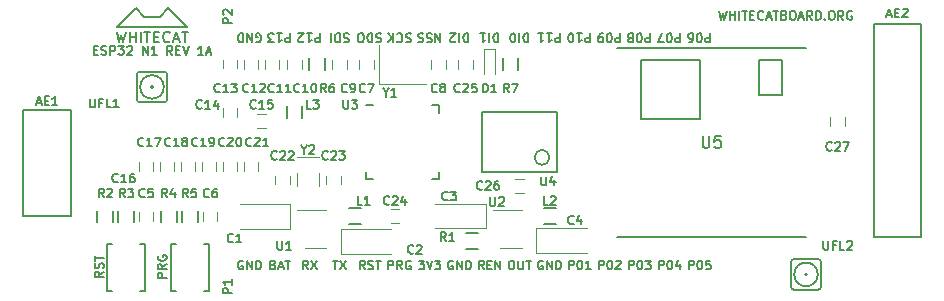
<source format=gbr>
G04 #@! TF.FileFunction,Legend,Top*
%FSLAX46Y46*%
G04 Gerber Fmt 4.6, Leading zero omitted, Abs format (unit mm)*
G04 Created by KiCad (PCBNEW 4.0.5) date 02/16/17 10:34:01*
%MOMM*%
%LPD*%
G01*
G04 APERTURE LIST*
%ADD10C,0.100000*%
%ADD11C,0.150000*%
%ADD12C,0.187500*%
%ADD13C,0.200000*%
%ADD14C,0.120000*%
G04 APERTURE END LIST*
D10*
D11*
X140839286Y-82089286D02*
X141017857Y-82839286D01*
X141160714Y-82303571D01*
X141303572Y-82839286D01*
X141482143Y-82089286D01*
X141767857Y-82839286D02*
X141767857Y-82089286D01*
X141767857Y-82446429D02*
X142196429Y-82446429D01*
X142196429Y-82839286D02*
X142196429Y-82089286D01*
X142553571Y-82839286D02*
X142553571Y-82089286D01*
X142803572Y-82089286D02*
X143232143Y-82089286D01*
X143017857Y-82839286D02*
X143017857Y-82089286D01*
X143482143Y-82446429D02*
X143732143Y-82446429D01*
X143839286Y-82839286D02*
X143482143Y-82839286D01*
X143482143Y-82089286D01*
X143839286Y-82089286D01*
X144589286Y-82767857D02*
X144553572Y-82803571D01*
X144446429Y-82839286D01*
X144375000Y-82839286D01*
X144267857Y-82803571D01*
X144196429Y-82732143D01*
X144160714Y-82660714D01*
X144125000Y-82517857D01*
X144125000Y-82410714D01*
X144160714Y-82267857D01*
X144196429Y-82196429D01*
X144267857Y-82125000D01*
X144375000Y-82089286D01*
X144446429Y-82089286D01*
X144553572Y-82125000D01*
X144589286Y-82160714D01*
X144875000Y-82625000D02*
X145232143Y-82625000D01*
X144803572Y-82839286D02*
X145053572Y-82089286D01*
X145303572Y-82839286D01*
X145446429Y-82089286D02*
X145875000Y-82089286D01*
X145660714Y-82839286D02*
X145660714Y-82089286D01*
X146375000Y-82446429D02*
X146482143Y-82482143D01*
X146517858Y-82517857D01*
X146553572Y-82589286D01*
X146553572Y-82696429D01*
X146517858Y-82767857D01*
X146482143Y-82803571D01*
X146410715Y-82839286D01*
X146125000Y-82839286D01*
X146125000Y-82089286D01*
X146375000Y-82089286D01*
X146446429Y-82125000D01*
X146482143Y-82160714D01*
X146517858Y-82232143D01*
X146517858Y-82303571D01*
X146482143Y-82375000D01*
X146446429Y-82410714D01*
X146375000Y-82446429D01*
X146125000Y-82446429D01*
X147017858Y-82089286D02*
X147160715Y-82089286D01*
X147232143Y-82125000D01*
X147303572Y-82196429D01*
X147339286Y-82339286D01*
X147339286Y-82589286D01*
X147303572Y-82732143D01*
X147232143Y-82803571D01*
X147160715Y-82839286D01*
X147017858Y-82839286D01*
X146946429Y-82803571D01*
X146875000Y-82732143D01*
X146839286Y-82589286D01*
X146839286Y-82339286D01*
X146875000Y-82196429D01*
X146946429Y-82125000D01*
X147017858Y-82089286D01*
X147625000Y-82625000D02*
X147982143Y-82625000D01*
X147553572Y-82839286D02*
X147803572Y-82089286D01*
X148053572Y-82839286D01*
X148732143Y-82839286D02*
X148482143Y-82482143D01*
X148303571Y-82839286D02*
X148303571Y-82089286D01*
X148589286Y-82089286D01*
X148660714Y-82125000D01*
X148696429Y-82160714D01*
X148732143Y-82232143D01*
X148732143Y-82339286D01*
X148696429Y-82410714D01*
X148660714Y-82446429D01*
X148589286Y-82482143D01*
X148303571Y-82482143D01*
X149053571Y-82839286D02*
X149053571Y-82089286D01*
X149232143Y-82089286D01*
X149339286Y-82125000D01*
X149410714Y-82196429D01*
X149446429Y-82267857D01*
X149482143Y-82410714D01*
X149482143Y-82517857D01*
X149446429Y-82660714D01*
X149410714Y-82732143D01*
X149339286Y-82803571D01*
X149232143Y-82839286D01*
X149053571Y-82839286D01*
X149803571Y-82767857D02*
X149839286Y-82803571D01*
X149803571Y-82839286D01*
X149767857Y-82803571D01*
X149803571Y-82767857D01*
X149803571Y-82839286D01*
X150303572Y-82089286D02*
X150446429Y-82089286D01*
X150517857Y-82125000D01*
X150589286Y-82196429D01*
X150625000Y-82339286D01*
X150625000Y-82589286D01*
X150589286Y-82732143D01*
X150517857Y-82803571D01*
X150446429Y-82839286D01*
X150303572Y-82839286D01*
X150232143Y-82803571D01*
X150160714Y-82732143D01*
X150125000Y-82589286D01*
X150125000Y-82339286D01*
X150160714Y-82196429D01*
X150232143Y-82125000D01*
X150303572Y-82089286D01*
X151375000Y-82839286D02*
X151125000Y-82482143D01*
X150946428Y-82839286D02*
X150946428Y-82089286D01*
X151232143Y-82089286D01*
X151303571Y-82125000D01*
X151339286Y-82160714D01*
X151375000Y-82232143D01*
X151375000Y-82339286D01*
X151339286Y-82410714D01*
X151303571Y-82446429D01*
X151232143Y-82482143D01*
X150946428Y-82482143D01*
X152089286Y-82125000D02*
X152017857Y-82089286D01*
X151910714Y-82089286D01*
X151803571Y-82125000D01*
X151732143Y-82196429D01*
X151696428Y-82267857D01*
X151660714Y-82410714D01*
X151660714Y-82517857D01*
X151696428Y-82660714D01*
X151732143Y-82732143D01*
X151803571Y-82803571D01*
X151910714Y-82839286D01*
X151982143Y-82839286D01*
X152089286Y-82803571D01*
X152125000Y-82767857D01*
X152125000Y-82517857D01*
X151982143Y-82517857D01*
D12*
X89837000Y-83835143D02*
X90051286Y-84735143D01*
X90222715Y-84092286D01*
X90394143Y-84735143D01*
X90608429Y-83835143D01*
X90951286Y-84735143D02*
X90951286Y-83835143D01*
X90951286Y-84263714D02*
X91465571Y-84263714D01*
X91465571Y-84735143D02*
X91465571Y-83835143D01*
X91894143Y-84735143D02*
X91894143Y-83835143D01*
X92194142Y-83835143D02*
X92708428Y-83835143D01*
X92451285Y-84735143D02*
X92451285Y-83835143D01*
X93008428Y-84263714D02*
X93308428Y-84263714D01*
X93436999Y-84735143D02*
X93008428Y-84735143D01*
X93008428Y-83835143D01*
X93436999Y-83835143D01*
X94336999Y-84649429D02*
X94294142Y-84692286D01*
X94165571Y-84735143D01*
X94079857Y-84735143D01*
X93951285Y-84692286D01*
X93865571Y-84606571D01*
X93822714Y-84520857D01*
X93779857Y-84349429D01*
X93779857Y-84220857D01*
X93822714Y-84049429D01*
X93865571Y-83963714D01*
X93951285Y-83878000D01*
X94079857Y-83835143D01*
X94165571Y-83835143D01*
X94294142Y-83878000D01*
X94336999Y-83920857D01*
X94679857Y-84478000D02*
X95108428Y-84478000D01*
X94594142Y-84735143D02*
X94894142Y-83835143D01*
X95194142Y-84735143D01*
X95365571Y-83835143D02*
X95879857Y-83835143D01*
X95622714Y-84735143D02*
X95622714Y-83835143D01*
D13*
X91500000Y-81865000D02*
X89900000Y-83465000D01*
X92200000Y-82565000D02*
X91500000Y-81865000D01*
X93500000Y-82565000D02*
X92200000Y-82565000D01*
X94200000Y-81865000D02*
X93500000Y-82565000D01*
X95800000Y-83465000D02*
X94200000Y-81865000D01*
X90000000Y-83465000D02*
X95800000Y-83465000D01*
D11*
X107082715Y-83988714D02*
X107082715Y-84738714D01*
X106797000Y-84738714D01*
X106725572Y-84703000D01*
X106689857Y-84667286D01*
X106654143Y-84595857D01*
X106654143Y-84488714D01*
X106689857Y-84417286D01*
X106725572Y-84381571D01*
X106797000Y-84345857D01*
X107082715Y-84345857D01*
X105939857Y-83988714D02*
X106368429Y-83988714D01*
X106154143Y-83988714D02*
X106154143Y-84738714D01*
X106225572Y-84631571D01*
X106297000Y-84560143D01*
X106368429Y-84524429D01*
X105654143Y-84667286D02*
X105618429Y-84703000D01*
X105547000Y-84738714D01*
X105368429Y-84738714D01*
X105297000Y-84703000D01*
X105261286Y-84667286D01*
X105225571Y-84595857D01*
X105225571Y-84524429D01*
X105261286Y-84417286D01*
X105689857Y-83988714D01*
X105225571Y-83988714D01*
X117260572Y-83988714D02*
X117260572Y-84738714D01*
X116832000Y-83988714D01*
X116832000Y-84738714D01*
X116510572Y-84024429D02*
X116403429Y-83988714D01*
X116224858Y-83988714D01*
X116153429Y-84024429D01*
X116117715Y-84060143D01*
X116082000Y-84131571D01*
X116082000Y-84203000D01*
X116117715Y-84274429D01*
X116153429Y-84310143D01*
X116224858Y-84345857D01*
X116367715Y-84381571D01*
X116439143Y-84417286D01*
X116474858Y-84453000D01*
X116510572Y-84524429D01*
X116510572Y-84595857D01*
X116474858Y-84667286D01*
X116439143Y-84703000D01*
X116367715Y-84738714D01*
X116189143Y-84738714D01*
X116082000Y-84703000D01*
X115796286Y-84024429D02*
X115689143Y-83988714D01*
X115510572Y-83988714D01*
X115439143Y-84024429D01*
X115403429Y-84060143D01*
X115367714Y-84131571D01*
X115367714Y-84203000D01*
X115403429Y-84274429D01*
X115439143Y-84310143D01*
X115510572Y-84345857D01*
X115653429Y-84381571D01*
X115724857Y-84417286D01*
X115760572Y-84453000D01*
X115796286Y-84524429D01*
X115796286Y-84595857D01*
X115760572Y-84667286D01*
X115724857Y-84703000D01*
X115653429Y-84738714D01*
X115474857Y-84738714D01*
X115367714Y-84703000D01*
X114756286Y-84024429D02*
X114649143Y-83988714D01*
X114470572Y-83988714D01*
X114399143Y-84024429D01*
X114363429Y-84060143D01*
X114327714Y-84131571D01*
X114327714Y-84203000D01*
X114363429Y-84274429D01*
X114399143Y-84310143D01*
X114470572Y-84345857D01*
X114613429Y-84381571D01*
X114684857Y-84417286D01*
X114720572Y-84453000D01*
X114756286Y-84524429D01*
X114756286Y-84595857D01*
X114720572Y-84667286D01*
X114684857Y-84703000D01*
X114613429Y-84738714D01*
X114434857Y-84738714D01*
X114327714Y-84703000D01*
X113577714Y-84060143D02*
X113613428Y-84024429D01*
X113720571Y-83988714D01*
X113792000Y-83988714D01*
X113899143Y-84024429D01*
X113970571Y-84095857D01*
X114006286Y-84167286D01*
X114042000Y-84310143D01*
X114042000Y-84417286D01*
X114006286Y-84560143D01*
X113970571Y-84631571D01*
X113899143Y-84703000D01*
X113792000Y-84738714D01*
X113720571Y-84738714D01*
X113613428Y-84703000D01*
X113577714Y-84667286D01*
X113256286Y-83988714D02*
X113256286Y-84738714D01*
X112827714Y-83988714D02*
X113149143Y-84417286D01*
X112827714Y-84738714D02*
X113256286Y-84310143D01*
X112234143Y-84024429D02*
X112127000Y-83988714D01*
X111948429Y-83988714D01*
X111877000Y-84024429D01*
X111841286Y-84060143D01*
X111805571Y-84131571D01*
X111805571Y-84203000D01*
X111841286Y-84274429D01*
X111877000Y-84310143D01*
X111948429Y-84345857D01*
X112091286Y-84381571D01*
X112162714Y-84417286D01*
X112198429Y-84453000D01*
X112234143Y-84524429D01*
X112234143Y-84595857D01*
X112198429Y-84667286D01*
X112162714Y-84703000D01*
X112091286Y-84738714D01*
X111912714Y-84738714D01*
X111805571Y-84703000D01*
X111484143Y-83988714D02*
X111484143Y-84738714D01*
X111305571Y-84738714D01*
X111198428Y-84703000D01*
X111127000Y-84631571D01*
X111091285Y-84560143D01*
X111055571Y-84417286D01*
X111055571Y-84310143D01*
X111091285Y-84167286D01*
X111127000Y-84095857D01*
X111198428Y-84024429D01*
X111305571Y-83988714D01*
X111484143Y-83988714D01*
X110591285Y-84738714D02*
X110448428Y-84738714D01*
X110377000Y-84703000D01*
X110305571Y-84631571D01*
X110269857Y-84488714D01*
X110269857Y-84238714D01*
X110305571Y-84095857D01*
X110377000Y-84024429D01*
X110448428Y-83988714D01*
X110591285Y-83988714D01*
X110662714Y-84024429D01*
X110734143Y-84095857D01*
X110769857Y-84238714D01*
X110769857Y-84488714D01*
X110734143Y-84631571D01*
X110662714Y-84703000D01*
X110591285Y-84738714D01*
X104542715Y-83988714D02*
X104542715Y-84738714D01*
X104257000Y-84738714D01*
X104185572Y-84703000D01*
X104149857Y-84667286D01*
X104114143Y-84595857D01*
X104114143Y-84488714D01*
X104149857Y-84417286D01*
X104185572Y-84381571D01*
X104257000Y-84345857D01*
X104542715Y-84345857D01*
X103399857Y-83988714D02*
X103828429Y-83988714D01*
X103614143Y-83988714D02*
X103614143Y-84738714D01*
X103685572Y-84631571D01*
X103757000Y-84560143D01*
X103828429Y-84524429D01*
X103149857Y-84738714D02*
X102685571Y-84738714D01*
X102935571Y-84453000D01*
X102828429Y-84453000D01*
X102757000Y-84417286D01*
X102721286Y-84381571D01*
X102685571Y-84310143D01*
X102685571Y-84131571D01*
X102721286Y-84060143D01*
X102757000Y-84024429D01*
X102828429Y-83988714D01*
X103042714Y-83988714D01*
X103114143Y-84024429D01*
X103149857Y-84060143D01*
X128121285Y-103971286D02*
X128121285Y-103221286D01*
X128407000Y-103221286D01*
X128478428Y-103257000D01*
X128514143Y-103292714D01*
X128549857Y-103364143D01*
X128549857Y-103471286D01*
X128514143Y-103542714D01*
X128478428Y-103578429D01*
X128407000Y-103614143D01*
X128121285Y-103614143D01*
X129014143Y-103221286D02*
X129085571Y-103221286D01*
X129157000Y-103257000D01*
X129192714Y-103292714D01*
X129228428Y-103364143D01*
X129264143Y-103507000D01*
X129264143Y-103685571D01*
X129228428Y-103828429D01*
X129192714Y-103899857D01*
X129157000Y-103935571D01*
X129085571Y-103971286D01*
X129014143Y-103971286D01*
X128942714Y-103935571D01*
X128907000Y-103899857D01*
X128871285Y-103828429D01*
X128835571Y-103685571D01*
X128835571Y-103507000D01*
X128871285Y-103364143D01*
X128907000Y-103292714D01*
X128942714Y-103257000D01*
X129014143Y-103221286D01*
X129978429Y-103971286D02*
X129549857Y-103971286D01*
X129764143Y-103971286D02*
X129764143Y-103221286D01*
X129692714Y-103328429D01*
X129621286Y-103399857D01*
X129549857Y-103435571D01*
X125920572Y-103257000D02*
X125849143Y-103221286D01*
X125742000Y-103221286D01*
X125634857Y-103257000D01*
X125563429Y-103328429D01*
X125527714Y-103399857D01*
X125492000Y-103542714D01*
X125492000Y-103649857D01*
X125527714Y-103792714D01*
X125563429Y-103864143D01*
X125634857Y-103935571D01*
X125742000Y-103971286D01*
X125813429Y-103971286D01*
X125920572Y-103935571D01*
X125956286Y-103899857D01*
X125956286Y-103649857D01*
X125813429Y-103649857D01*
X126277714Y-103971286D02*
X126277714Y-103221286D01*
X126706286Y-103971286D01*
X126706286Y-103221286D01*
X127063428Y-103971286D02*
X127063428Y-103221286D01*
X127242000Y-103221286D01*
X127349143Y-103257000D01*
X127420571Y-103328429D01*
X127456286Y-103399857D01*
X127492000Y-103542714D01*
X127492000Y-103649857D01*
X127456286Y-103792714D01*
X127420571Y-103864143D01*
X127349143Y-103935571D01*
X127242000Y-103971286D01*
X127063428Y-103971286D01*
X120912001Y-103971286D02*
X120662001Y-103614143D01*
X120483429Y-103971286D02*
X120483429Y-103221286D01*
X120769144Y-103221286D01*
X120840572Y-103257000D01*
X120876287Y-103292714D01*
X120912001Y-103364143D01*
X120912001Y-103471286D01*
X120876287Y-103542714D01*
X120840572Y-103578429D01*
X120769144Y-103614143D01*
X120483429Y-103614143D01*
X121233429Y-103578429D02*
X121483429Y-103578429D01*
X121590572Y-103971286D02*
X121233429Y-103971286D01*
X121233429Y-103221286D01*
X121590572Y-103221286D01*
X121912000Y-103971286D02*
X121912000Y-103221286D01*
X122340572Y-103971286D01*
X122340572Y-103221286D01*
X115403429Y-103221286D02*
X115867715Y-103221286D01*
X115617715Y-103507000D01*
X115724857Y-103507000D01*
X115796286Y-103542714D01*
X115832000Y-103578429D01*
X115867715Y-103649857D01*
X115867715Y-103828429D01*
X115832000Y-103899857D01*
X115796286Y-103935571D01*
X115724857Y-103971286D01*
X115510572Y-103971286D01*
X115439143Y-103935571D01*
X115403429Y-103899857D01*
X116082001Y-103221286D02*
X116332001Y-103971286D01*
X116582001Y-103221286D01*
X116760572Y-103221286D02*
X117224858Y-103221286D01*
X116974858Y-103507000D01*
X117082000Y-103507000D01*
X117153429Y-103542714D01*
X117189143Y-103578429D01*
X117224858Y-103649857D01*
X117224858Y-103828429D01*
X117189143Y-103899857D01*
X117153429Y-103935571D01*
X117082000Y-103971286D01*
X116867715Y-103971286D01*
X116796286Y-103935571D01*
X116760572Y-103899857D01*
X112845571Y-103971286D02*
X112845571Y-103221286D01*
X113131286Y-103221286D01*
X113202714Y-103257000D01*
X113238429Y-103292714D01*
X113274143Y-103364143D01*
X113274143Y-103471286D01*
X113238429Y-103542714D01*
X113202714Y-103578429D01*
X113131286Y-103614143D01*
X112845571Y-103614143D01*
X114024143Y-103971286D02*
X113774143Y-103614143D01*
X113595571Y-103971286D02*
X113595571Y-103221286D01*
X113881286Y-103221286D01*
X113952714Y-103257000D01*
X113988429Y-103292714D01*
X114024143Y-103364143D01*
X114024143Y-103471286D01*
X113988429Y-103542714D01*
X113952714Y-103578429D01*
X113881286Y-103614143D01*
X113595571Y-103614143D01*
X114738429Y-103257000D02*
X114667000Y-103221286D01*
X114559857Y-103221286D01*
X114452714Y-103257000D01*
X114381286Y-103328429D01*
X114345571Y-103399857D01*
X114309857Y-103542714D01*
X114309857Y-103649857D01*
X114345571Y-103792714D01*
X114381286Y-103864143D01*
X114452714Y-103935571D01*
X114559857Y-103971286D01*
X114631286Y-103971286D01*
X114738429Y-103935571D01*
X114774143Y-103899857D01*
X114774143Y-103649857D01*
X114631286Y-103649857D01*
X118300572Y-103257000D02*
X118229143Y-103221286D01*
X118122000Y-103221286D01*
X118014857Y-103257000D01*
X117943429Y-103328429D01*
X117907714Y-103399857D01*
X117872000Y-103542714D01*
X117872000Y-103649857D01*
X117907714Y-103792714D01*
X117943429Y-103864143D01*
X118014857Y-103935571D01*
X118122000Y-103971286D01*
X118193429Y-103971286D01*
X118300572Y-103935571D01*
X118336286Y-103899857D01*
X118336286Y-103649857D01*
X118193429Y-103649857D01*
X118657714Y-103971286D02*
X118657714Y-103221286D01*
X119086286Y-103971286D01*
X119086286Y-103221286D01*
X119443428Y-103971286D02*
X119443428Y-103221286D01*
X119622000Y-103221286D01*
X119729143Y-103257000D01*
X119800571Y-103328429D01*
X119836286Y-103399857D01*
X119872000Y-103542714D01*
X119872000Y-103649857D01*
X119836286Y-103792714D01*
X119800571Y-103864143D01*
X119729143Y-103935571D01*
X119622000Y-103971286D01*
X119443428Y-103971286D01*
X123202001Y-103221286D02*
X123344858Y-103221286D01*
X123416286Y-103257000D01*
X123487715Y-103328429D01*
X123523429Y-103471286D01*
X123523429Y-103721286D01*
X123487715Y-103864143D01*
X123416286Y-103935571D01*
X123344858Y-103971286D01*
X123202001Y-103971286D01*
X123130572Y-103935571D01*
X123059143Y-103864143D01*
X123023429Y-103721286D01*
X123023429Y-103471286D01*
X123059143Y-103328429D01*
X123130572Y-103257000D01*
X123202001Y-103221286D01*
X123844857Y-103221286D02*
X123844857Y-103828429D01*
X123880572Y-103899857D01*
X123916286Y-103935571D01*
X123987715Y-103971286D01*
X124130572Y-103971286D01*
X124202000Y-103935571D01*
X124237715Y-103899857D01*
X124273429Y-103828429D01*
X124273429Y-103221286D01*
X124523429Y-103221286D02*
X124952000Y-103221286D01*
X124737714Y-103971286D02*
X124737714Y-103221286D01*
X130661285Y-103971286D02*
X130661285Y-103221286D01*
X130947000Y-103221286D01*
X131018428Y-103257000D01*
X131054143Y-103292714D01*
X131089857Y-103364143D01*
X131089857Y-103471286D01*
X131054143Y-103542714D01*
X131018428Y-103578429D01*
X130947000Y-103614143D01*
X130661285Y-103614143D01*
X131554143Y-103221286D02*
X131625571Y-103221286D01*
X131697000Y-103257000D01*
X131732714Y-103292714D01*
X131768428Y-103364143D01*
X131804143Y-103507000D01*
X131804143Y-103685571D01*
X131768428Y-103828429D01*
X131732714Y-103899857D01*
X131697000Y-103935571D01*
X131625571Y-103971286D01*
X131554143Y-103971286D01*
X131482714Y-103935571D01*
X131447000Y-103899857D01*
X131411285Y-103828429D01*
X131375571Y-103685571D01*
X131375571Y-103507000D01*
X131411285Y-103364143D01*
X131447000Y-103292714D01*
X131482714Y-103257000D01*
X131554143Y-103221286D01*
X132089857Y-103292714D02*
X132125571Y-103257000D01*
X132197000Y-103221286D01*
X132375571Y-103221286D01*
X132447000Y-103257000D01*
X132482714Y-103292714D01*
X132518429Y-103364143D01*
X132518429Y-103435571D01*
X132482714Y-103542714D01*
X132054143Y-103971286D01*
X132518429Y-103971286D01*
X137562715Y-83988714D02*
X137562715Y-84738714D01*
X137277000Y-84738714D01*
X137205572Y-84703000D01*
X137169857Y-84667286D01*
X137134143Y-84595857D01*
X137134143Y-84488714D01*
X137169857Y-84417286D01*
X137205572Y-84381571D01*
X137277000Y-84345857D01*
X137562715Y-84345857D01*
X136669857Y-84738714D02*
X136598429Y-84738714D01*
X136527000Y-84703000D01*
X136491286Y-84667286D01*
X136455572Y-84595857D01*
X136419857Y-84453000D01*
X136419857Y-84274429D01*
X136455572Y-84131571D01*
X136491286Y-84060143D01*
X136527000Y-84024429D01*
X136598429Y-83988714D01*
X136669857Y-83988714D01*
X136741286Y-84024429D01*
X136777000Y-84060143D01*
X136812715Y-84131571D01*
X136848429Y-84274429D01*
X136848429Y-84453000D01*
X136812715Y-84595857D01*
X136777000Y-84667286D01*
X136741286Y-84703000D01*
X136669857Y-84738714D01*
X136169857Y-84738714D02*
X135669857Y-84738714D01*
X135991286Y-83988714D01*
X135741285Y-103971286D02*
X135741285Y-103221286D01*
X136027000Y-103221286D01*
X136098428Y-103257000D01*
X136134143Y-103292714D01*
X136169857Y-103364143D01*
X136169857Y-103471286D01*
X136134143Y-103542714D01*
X136098428Y-103578429D01*
X136027000Y-103614143D01*
X135741285Y-103614143D01*
X136634143Y-103221286D02*
X136705571Y-103221286D01*
X136777000Y-103257000D01*
X136812714Y-103292714D01*
X136848428Y-103364143D01*
X136884143Y-103507000D01*
X136884143Y-103685571D01*
X136848428Y-103828429D01*
X136812714Y-103899857D01*
X136777000Y-103935571D01*
X136705571Y-103971286D01*
X136634143Y-103971286D01*
X136562714Y-103935571D01*
X136527000Y-103899857D01*
X136491285Y-103828429D01*
X136455571Y-103685571D01*
X136455571Y-103507000D01*
X136491285Y-103364143D01*
X136527000Y-103292714D01*
X136562714Y-103257000D01*
X136634143Y-103221286D01*
X137527000Y-103471286D02*
X137527000Y-103971286D01*
X137348429Y-103185571D02*
X137169857Y-103721286D01*
X137634143Y-103721286D01*
X135022715Y-83988714D02*
X135022715Y-84738714D01*
X134737000Y-84738714D01*
X134665572Y-84703000D01*
X134629857Y-84667286D01*
X134594143Y-84595857D01*
X134594143Y-84488714D01*
X134629857Y-84417286D01*
X134665572Y-84381571D01*
X134737000Y-84345857D01*
X135022715Y-84345857D01*
X134129857Y-84738714D02*
X134058429Y-84738714D01*
X133987000Y-84703000D01*
X133951286Y-84667286D01*
X133915572Y-84595857D01*
X133879857Y-84453000D01*
X133879857Y-84274429D01*
X133915572Y-84131571D01*
X133951286Y-84060143D01*
X133987000Y-84024429D01*
X134058429Y-83988714D01*
X134129857Y-83988714D01*
X134201286Y-84024429D01*
X134237000Y-84060143D01*
X134272715Y-84131571D01*
X134308429Y-84274429D01*
X134308429Y-84453000D01*
X134272715Y-84595857D01*
X134237000Y-84667286D01*
X134201286Y-84703000D01*
X134129857Y-84738714D01*
X133451286Y-84417286D02*
X133522714Y-84453000D01*
X133558429Y-84488714D01*
X133594143Y-84560143D01*
X133594143Y-84595857D01*
X133558429Y-84667286D01*
X133522714Y-84703000D01*
X133451286Y-84738714D01*
X133308429Y-84738714D01*
X133237000Y-84703000D01*
X133201286Y-84667286D01*
X133165571Y-84595857D01*
X133165571Y-84560143D01*
X133201286Y-84488714D01*
X133237000Y-84453000D01*
X133308429Y-84417286D01*
X133451286Y-84417286D01*
X133522714Y-84381571D01*
X133558429Y-84345857D01*
X133594143Y-84274429D01*
X133594143Y-84131571D01*
X133558429Y-84060143D01*
X133522714Y-84024429D01*
X133451286Y-83988714D01*
X133308429Y-83988714D01*
X133237000Y-84024429D01*
X133201286Y-84060143D01*
X133165571Y-84131571D01*
X133165571Y-84274429D01*
X133201286Y-84345857D01*
X133237000Y-84381571D01*
X133308429Y-84417286D01*
X127402715Y-83988714D02*
X127402715Y-84738714D01*
X127117000Y-84738714D01*
X127045572Y-84703000D01*
X127009857Y-84667286D01*
X126974143Y-84595857D01*
X126974143Y-84488714D01*
X127009857Y-84417286D01*
X127045572Y-84381571D01*
X127117000Y-84345857D01*
X127402715Y-84345857D01*
X126259857Y-83988714D02*
X126688429Y-83988714D01*
X126474143Y-83988714D02*
X126474143Y-84738714D01*
X126545572Y-84631571D01*
X126617000Y-84560143D01*
X126688429Y-84524429D01*
X125545571Y-83988714D02*
X125974143Y-83988714D01*
X125759857Y-83988714D02*
X125759857Y-84738714D01*
X125831286Y-84631571D01*
X125902714Y-84560143D01*
X125974143Y-84524429D01*
X129942715Y-83988714D02*
X129942715Y-84738714D01*
X129657000Y-84738714D01*
X129585572Y-84703000D01*
X129549857Y-84667286D01*
X129514143Y-84595857D01*
X129514143Y-84488714D01*
X129549857Y-84417286D01*
X129585572Y-84381571D01*
X129657000Y-84345857D01*
X129942715Y-84345857D01*
X128799857Y-83988714D02*
X129228429Y-83988714D01*
X129014143Y-83988714D02*
X129014143Y-84738714D01*
X129085572Y-84631571D01*
X129157000Y-84560143D01*
X129228429Y-84524429D01*
X128335571Y-84738714D02*
X128264143Y-84738714D01*
X128192714Y-84703000D01*
X128157000Y-84667286D01*
X128121286Y-84595857D01*
X128085571Y-84453000D01*
X128085571Y-84274429D01*
X128121286Y-84131571D01*
X128157000Y-84060143D01*
X128192714Y-84024429D01*
X128264143Y-83988714D01*
X128335571Y-83988714D01*
X128407000Y-84024429D01*
X128442714Y-84060143D01*
X128478429Y-84131571D01*
X128514143Y-84274429D01*
X128514143Y-84453000D01*
X128478429Y-84595857D01*
X128442714Y-84667286D01*
X128407000Y-84703000D01*
X128335571Y-84738714D01*
X138281285Y-103971286D02*
X138281285Y-103221286D01*
X138567000Y-103221286D01*
X138638428Y-103257000D01*
X138674143Y-103292714D01*
X138709857Y-103364143D01*
X138709857Y-103471286D01*
X138674143Y-103542714D01*
X138638428Y-103578429D01*
X138567000Y-103614143D01*
X138281285Y-103614143D01*
X139174143Y-103221286D02*
X139245571Y-103221286D01*
X139317000Y-103257000D01*
X139352714Y-103292714D01*
X139388428Y-103364143D01*
X139424143Y-103507000D01*
X139424143Y-103685571D01*
X139388428Y-103828429D01*
X139352714Y-103899857D01*
X139317000Y-103935571D01*
X139245571Y-103971286D01*
X139174143Y-103971286D01*
X139102714Y-103935571D01*
X139067000Y-103899857D01*
X139031285Y-103828429D01*
X138995571Y-103685571D01*
X138995571Y-103507000D01*
X139031285Y-103364143D01*
X139067000Y-103292714D01*
X139102714Y-103257000D01*
X139174143Y-103221286D01*
X140102714Y-103221286D02*
X139745571Y-103221286D01*
X139709857Y-103578429D01*
X139745571Y-103542714D01*
X139817000Y-103507000D01*
X139995571Y-103507000D01*
X140067000Y-103542714D01*
X140102714Y-103578429D01*
X140138429Y-103649857D01*
X140138429Y-103828429D01*
X140102714Y-103899857D01*
X140067000Y-103935571D01*
X139995571Y-103971286D01*
X139817000Y-103971286D01*
X139745571Y-103935571D01*
X139709857Y-103899857D01*
X133201285Y-103971286D02*
X133201285Y-103221286D01*
X133487000Y-103221286D01*
X133558428Y-103257000D01*
X133594143Y-103292714D01*
X133629857Y-103364143D01*
X133629857Y-103471286D01*
X133594143Y-103542714D01*
X133558428Y-103578429D01*
X133487000Y-103614143D01*
X133201285Y-103614143D01*
X134094143Y-103221286D02*
X134165571Y-103221286D01*
X134237000Y-103257000D01*
X134272714Y-103292714D01*
X134308428Y-103364143D01*
X134344143Y-103507000D01*
X134344143Y-103685571D01*
X134308428Y-103828429D01*
X134272714Y-103899857D01*
X134237000Y-103935571D01*
X134165571Y-103971286D01*
X134094143Y-103971286D01*
X134022714Y-103935571D01*
X133987000Y-103899857D01*
X133951285Y-103828429D01*
X133915571Y-103685571D01*
X133915571Y-103507000D01*
X133951285Y-103364143D01*
X133987000Y-103292714D01*
X134022714Y-103257000D01*
X134094143Y-103221286D01*
X134594143Y-103221286D02*
X135058429Y-103221286D01*
X134808429Y-103507000D01*
X134915571Y-103507000D01*
X134987000Y-103542714D01*
X135022714Y-103578429D01*
X135058429Y-103649857D01*
X135058429Y-103828429D01*
X135022714Y-103899857D01*
X134987000Y-103935571D01*
X134915571Y-103971286D01*
X134701286Y-103971286D01*
X134629857Y-103935571D01*
X134594143Y-103899857D01*
X140102715Y-83988714D02*
X140102715Y-84738714D01*
X139817000Y-84738714D01*
X139745572Y-84703000D01*
X139709857Y-84667286D01*
X139674143Y-84595857D01*
X139674143Y-84488714D01*
X139709857Y-84417286D01*
X139745572Y-84381571D01*
X139817000Y-84345857D01*
X140102715Y-84345857D01*
X139209857Y-84738714D02*
X139138429Y-84738714D01*
X139067000Y-84703000D01*
X139031286Y-84667286D01*
X138995572Y-84595857D01*
X138959857Y-84453000D01*
X138959857Y-84274429D01*
X138995572Y-84131571D01*
X139031286Y-84060143D01*
X139067000Y-84024429D01*
X139138429Y-83988714D01*
X139209857Y-83988714D01*
X139281286Y-84024429D01*
X139317000Y-84060143D01*
X139352715Y-84131571D01*
X139388429Y-84274429D01*
X139388429Y-84453000D01*
X139352715Y-84595857D01*
X139317000Y-84667286D01*
X139281286Y-84703000D01*
X139209857Y-84738714D01*
X138317000Y-84738714D02*
X138459857Y-84738714D01*
X138531286Y-84703000D01*
X138567000Y-84667286D01*
X138638429Y-84560143D01*
X138674143Y-84417286D01*
X138674143Y-84131571D01*
X138638429Y-84060143D01*
X138602714Y-84024429D01*
X138531286Y-83988714D01*
X138388429Y-83988714D01*
X138317000Y-84024429D01*
X138281286Y-84060143D01*
X138245571Y-84131571D01*
X138245571Y-84310143D01*
X138281286Y-84381571D01*
X138317000Y-84417286D01*
X138388429Y-84453000D01*
X138531286Y-84453000D01*
X138602714Y-84417286D01*
X138638429Y-84381571D01*
X138674143Y-84310143D01*
X109479857Y-84024429D02*
X109372714Y-83988714D01*
X109194143Y-83988714D01*
X109122714Y-84024429D01*
X109087000Y-84060143D01*
X109051285Y-84131571D01*
X109051285Y-84203000D01*
X109087000Y-84274429D01*
X109122714Y-84310143D01*
X109194143Y-84345857D01*
X109337000Y-84381571D01*
X109408428Y-84417286D01*
X109444143Y-84453000D01*
X109479857Y-84524429D01*
X109479857Y-84595857D01*
X109444143Y-84667286D01*
X109408428Y-84703000D01*
X109337000Y-84738714D01*
X109158428Y-84738714D01*
X109051285Y-84703000D01*
X108729857Y-83988714D02*
X108729857Y-84738714D01*
X108551285Y-84738714D01*
X108444142Y-84703000D01*
X108372714Y-84631571D01*
X108336999Y-84560143D01*
X108301285Y-84417286D01*
X108301285Y-84310143D01*
X108336999Y-84167286D01*
X108372714Y-84095857D01*
X108444142Y-84024429D01*
X108551285Y-83988714D01*
X108729857Y-83988714D01*
X107979857Y-83988714D02*
X107979857Y-84738714D01*
X124684143Y-83988714D02*
X124684143Y-84738714D01*
X124505571Y-84738714D01*
X124398428Y-84703000D01*
X124327000Y-84631571D01*
X124291285Y-84560143D01*
X124255571Y-84417286D01*
X124255571Y-84310143D01*
X124291285Y-84167286D01*
X124327000Y-84095857D01*
X124398428Y-84024429D01*
X124505571Y-83988714D01*
X124684143Y-83988714D01*
X123934143Y-83988714D02*
X123934143Y-84738714D01*
X123434142Y-84738714D02*
X123362714Y-84738714D01*
X123291285Y-84703000D01*
X123255571Y-84667286D01*
X123219857Y-84595857D01*
X123184142Y-84453000D01*
X123184142Y-84274429D01*
X123219857Y-84131571D01*
X123255571Y-84060143D01*
X123291285Y-84024429D01*
X123362714Y-83988714D01*
X123434142Y-83988714D01*
X123505571Y-84024429D01*
X123541285Y-84060143D01*
X123577000Y-84131571D01*
X123612714Y-84274429D01*
X123612714Y-84453000D01*
X123577000Y-84595857D01*
X123541285Y-84667286D01*
X123505571Y-84703000D01*
X123434142Y-84738714D01*
X119604143Y-83988714D02*
X119604143Y-84738714D01*
X119425571Y-84738714D01*
X119318428Y-84703000D01*
X119247000Y-84631571D01*
X119211285Y-84560143D01*
X119175571Y-84417286D01*
X119175571Y-84310143D01*
X119211285Y-84167286D01*
X119247000Y-84095857D01*
X119318428Y-84024429D01*
X119425571Y-83988714D01*
X119604143Y-83988714D01*
X118854143Y-83988714D02*
X118854143Y-84738714D01*
X118532714Y-84667286D02*
X118497000Y-84703000D01*
X118425571Y-84738714D01*
X118247000Y-84738714D01*
X118175571Y-84703000D01*
X118139857Y-84667286D01*
X118104142Y-84595857D01*
X118104142Y-84524429D01*
X118139857Y-84417286D01*
X118568428Y-83988714D01*
X118104142Y-83988714D01*
X87908428Y-85417429D02*
X88158428Y-85417429D01*
X88265571Y-85810286D02*
X87908428Y-85810286D01*
X87908428Y-85060286D01*
X88265571Y-85060286D01*
X88551285Y-85774571D02*
X88658428Y-85810286D01*
X88836999Y-85810286D01*
X88908428Y-85774571D01*
X88944142Y-85738857D01*
X88979857Y-85667429D01*
X88979857Y-85596000D01*
X88944142Y-85524571D01*
X88908428Y-85488857D01*
X88836999Y-85453143D01*
X88694142Y-85417429D01*
X88622714Y-85381714D01*
X88586999Y-85346000D01*
X88551285Y-85274571D01*
X88551285Y-85203143D01*
X88586999Y-85131714D01*
X88622714Y-85096000D01*
X88694142Y-85060286D01*
X88872714Y-85060286D01*
X88979857Y-85096000D01*
X89301285Y-85810286D02*
X89301285Y-85060286D01*
X89587000Y-85060286D01*
X89658428Y-85096000D01*
X89694143Y-85131714D01*
X89729857Y-85203143D01*
X89729857Y-85310286D01*
X89694143Y-85381714D01*
X89658428Y-85417429D01*
X89587000Y-85453143D01*
X89301285Y-85453143D01*
X89979857Y-85060286D02*
X90444143Y-85060286D01*
X90194143Y-85346000D01*
X90301285Y-85346000D01*
X90372714Y-85381714D01*
X90408428Y-85417429D01*
X90444143Y-85488857D01*
X90444143Y-85667429D01*
X90408428Y-85738857D01*
X90372714Y-85774571D01*
X90301285Y-85810286D01*
X90087000Y-85810286D01*
X90015571Y-85774571D01*
X89979857Y-85738857D01*
X90729857Y-85131714D02*
X90765571Y-85096000D01*
X90837000Y-85060286D01*
X91015571Y-85060286D01*
X91087000Y-85096000D01*
X91122714Y-85131714D01*
X91158429Y-85203143D01*
X91158429Y-85274571D01*
X91122714Y-85381714D01*
X90694143Y-85810286D01*
X91158429Y-85810286D01*
X92051286Y-85810286D02*
X92051286Y-85060286D01*
X92479858Y-85810286D01*
X92479858Y-85060286D01*
X93229858Y-85810286D02*
X92801286Y-85810286D01*
X93015572Y-85810286D02*
X93015572Y-85060286D01*
X92944143Y-85167429D01*
X92872715Y-85238857D01*
X92801286Y-85274571D01*
X94551287Y-85810286D02*
X94301287Y-85453143D01*
X94122715Y-85810286D02*
X94122715Y-85060286D01*
X94408430Y-85060286D01*
X94479858Y-85096000D01*
X94515573Y-85131714D01*
X94551287Y-85203143D01*
X94551287Y-85310286D01*
X94515573Y-85381714D01*
X94479858Y-85417429D01*
X94408430Y-85453143D01*
X94122715Y-85453143D01*
X94872715Y-85417429D02*
X95122715Y-85417429D01*
X95229858Y-85810286D02*
X94872715Y-85810286D01*
X94872715Y-85060286D01*
X95229858Y-85060286D01*
X95444144Y-85060286D02*
X95694144Y-85810286D01*
X95944144Y-85060286D01*
X97158430Y-85810286D02*
X96729858Y-85810286D01*
X96944144Y-85810286D02*
X96944144Y-85060286D01*
X96872715Y-85167429D01*
X96801287Y-85238857D01*
X96729858Y-85274571D01*
X97444144Y-85596000D02*
X97801287Y-85596000D01*
X97372716Y-85810286D02*
X97622716Y-85060286D01*
X97872716Y-85810286D01*
X101663428Y-84703000D02*
X101734857Y-84738714D01*
X101842000Y-84738714D01*
X101949143Y-84703000D01*
X102020571Y-84631571D01*
X102056286Y-84560143D01*
X102092000Y-84417286D01*
X102092000Y-84310143D01*
X102056286Y-84167286D01*
X102020571Y-84095857D01*
X101949143Y-84024429D01*
X101842000Y-83988714D01*
X101770571Y-83988714D01*
X101663428Y-84024429D01*
X101627714Y-84060143D01*
X101627714Y-84310143D01*
X101770571Y-84310143D01*
X101306286Y-83988714D02*
X101306286Y-84738714D01*
X100877714Y-83988714D01*
X100877714Y-84738714D01*
X100520572Y-83988714D02*
X100520572Y-84738714D01*
X100342000Y-84738714D01*
X100234857Y-84703000D01*
X100163429Y-84631571D01*
X100127714Y-84560143D01*
X100092000Y-84417286D01*
X100092000Y-84310143D01*
X100127714Y-84167286D01*
X100163429Y-84095857D01*
X100234857Y-84024429D01*
X100342000Y-83988714D01*
X100520572Y-83988714D01*
X122144143Y-83988714D02*
X122144143Y-84738714D01*
X121965571Y-84738714D01*
X121858428Y-84703000D01*
X121787000Y-84631571D01*
X121751285Y-84560143D01*
X121715571Y-84417286D01*
X121715571Y-84310143D01*
X121751285Y-84167286D01*
X121787000Y-84095857D01*
X121858428Y-84024429D01*
X121965571Y-83988714D01*
X122144143Y-83988714D01*
X121394143Y-83988714D02*
X121394143Y-84738714D01*
X120644142Y-83988714D02*
X121072714Y-83988714D01*
X120858428Y-83988714D02*
X120858428Y-84738714D01*
X120929857Y-84631571D01*
X121001285Y-84560143D01*
X121072714Y-84524429D01*
X88731286Y-104169714D02*
X88374143Y-104419714D01*
X88731286Y-104598286D02*
X87981286Y-104598286D01*
X87981286Y-104312571D01*
X88017000Y-104241143D01*
X88052714Y-104205428D01*
X88124143Y-104169714D01*
X88231286Y-104169714D01*
X88302714Y-104205428D01*
X88338429Y-104241143D01*
X88374143Y-104312571D01*
X88374143Y-104598286D01*
X88695571Y-103884000D02*
X88731286Y-103776857D01*
X88731286Y-103598286D01*
X88695571Y-103526857D01*
X88659857Y-103491143D01*
X88588429Y-103455428D01*
X88517000Y-103455428D01*
X88445571Y-103491143D01*
X88409857Y-103526857D01*
X88374143Y-103598286D01*
X88338429Y-103741143D01*
X88302714Y-103812571D01*
X88267000Y-103848286D01*
X88195571Y-103884000D01*
X88124143Y-103884000D01*
X88052714Y-103848286D01*
X88017000Y-103812571D01*
X87981286Y-103741143D01*
X87981286Y-103562571D01*
X88017000Y-103455428D01*
X87981286Y-103241142D02*
X87981286Y-102812571D01*
X88731286Y-103026857D02*
X87981286Y-103026857D01*
X108140572Y-103221286D02*
X108569143Y-103221286D01*
X108354857Y-103971286D02*
X108354857Y-103221286D01*
X108747715Y-103221286D02*
X109247715Y-103971286D01*
X109247715Y-103221286D02*
X108747715Y-103971286D01*
X106047000Y-103971286D02*
X105797000Y-103614143D01*
X105618428Y-103971286D02*
X105618428Y-103221286D01*
X105904143Y-103221286D01*
X105975571Y-103257000D01*
X106011286Y-103292714D01*
X106047000Y-103364143D01*
X106047000Y-103471286D01*
X106011286Y-103542714D01*
X105975571Y-103578429D01*
X105904143Y-103614143D01*
X105618428Y-103614143D01*
X106297000Y-103221286D02*
X106797000Y-103971286D01*
X106797000Y-103221286D02*
X106297000Y-103971286D01*
X100520572Y-103257000D02*
X100449143Y-103221286D01*
X100342000Y-103221286D01*
X100234857Y-103257000D01*
X100163429Y-103328429D01*
X100127714Y-103399857D01*
X100092000Y-103542714D01*
X100092000Y-103649857D01*
X100127714Y-103792714D01*
X100163429Y-103864143D01*
X100234857Y-103935571D01*
X100342000Y-103971286D01*
X100413429Y-103971286D01*
X100520572Y-103935571D01*
X100556286Y-103899857D01*
X100556286Y-103649857D01*
X100413429Y-103649857D01*
X100877714Y-103971286D02*
X100877714Y-103221286D01*
X101306286Y-103971286D01*
X101306286Y-103221286D01*
X101663428Y-103971286D02*
X101663428Y-103221286D01*
X101842000Y-103221286D01*
X101949143Y-103257000D01*
X102020571Y-103328429D01*
X102056286Y-103399857D01*
X102092000Y-103542714D01*
X102092000Y-103649857D01*
X102056286Y-103792714D01*
X102020571Y-103864143D01*
X101949143Y-103935571D01*
X101842000Y-103971286D01*
X101663428Y-103971286D01*
X103078428Y-103578429D02*
X103185571Y-103614143D01*
X103221286Y-103649857D01*
X103257000Y-103721286D01*
X103257000Y-103828429D01*
X103221286Y-103899857D01*
X103185571Y-103935571D01*
X103114143Y-103971286D01*
X102828428Y-103971286D01*
X102828428Y-103221286D01*
X103078428Y-103221286D01*
X103149857Y-103257000D01*
X103185571Y-103292714D01*
X103221286Y-103364143D01*
X103221286Y-103435571D01*
X103185571Y-103507000D01*
X103149857Y-103542714D01*
X103078428Y-103578429D01*
X102828428Y-103578429D01*
X103542714Y-103757000D02*
X103899857Y-103757000D01*
X103471286Y-103971286D02*
X103721286Y-103221286D01*
X103971286Y-103971286D01*
X104114143Y-103221286D02*
X104542714Y-103221286D01*
X104328428Y-103971286D02*
X104328428Y-103221286D01*
X110841286Y-103971286D02*
X110591286Y-103614143D01*
X110412714Y-103971286D02*
X110412714Y-103221286D01*
X110698429Y-103221286D01*
X110769857Y-103257000D01*
X110805572Y-103292714D01*
X110841286Y-103364143D01*
X110841286Y-103471286D01*
X110805572Y-103542714D01*
X110769857Y-103578429D01*
X110698429Y-103614143D01*
X110412714Y-103614143D01*
X111127000Y-103935571D02*
X111234143Y-103971286D01*
X111412714Y-103971286D01*
X111484143Y-103935571D01*
X111519857Y-103899857D01*
X111555572Y-103828429D01*
X111555572Y-103757000D01*
X111519857Y-103685571D01*
X111484143Y-103649857D01*
X111412714Y-103614143D01*
X111269857Y-103578429D01*
X111198429Y-103542714D01*
X111162714Y-103507000D01*
X111127000Y-103435571D01*
X111127000Y-103364143D01*
X111162714Y-103292714D01*
X111198429Y-103257000D01*
X111269857Y-103221286D01*
X111448429Y-103221286D01*
X111555572Y-103257000D01*
X111769858Y-103221286D02*
X112198429Y-103221286D01*
X111984143Y-103971286D02*
X111984143Y-103221286D01*
X132482715Y-83988714D02*
X132482715Y-84738714D01*
X132197000Y-84738714D01*
X132125572Y-84703000D01*
X132089857Y-84667286D01*
X132054143Y-84595857D01*
X132054143Y-84488714D01*
X132089857Y-84417286D01*
X132125572Y-84381571D01*
X132197000Y-84345857D01*
X132482715Y-84345857D01*
X131589857Y-84738714D02*
X131518429Y-84738714D01*
X131447000Y-84703000D01*
X131411286Y-84667286D01*
X131375572Y-84595857D01*
X131339857Y-84453000D01*
X131339857Y-84274429D01*
X131375572Y-84131571D01*
X131411286Y-84060143D01*
X131447000Y-84024429D01*
X131518429Y-83988714D01*
X131589857Y-83988714D01*
X131661286Y-84024429D01*
X131697000Y-84060143D01*
X131732715Y-84131571D01*
X131768429Y-84274429D01*
X131768429Y-84453000D01*
X131732715Y-84595857D01*
X131697000Y-84667286D01*
X131661286Y-84703000D01*
X131589857Y-84738714D01*
X130982714Y-83988714D02*
X130839857Y-83988714D01*
X130768429Y-84024429D01*
X130732714Y-84060143D01*
X130661286Y-84167286D01*
X130625571Y-84310143D01*
X130625571Y-84595857D01*
X130661286Y-84667286D01*
X130697000Y-84703000D01*
X130768429Y-84738714D01*
X130911286Y-84738714D01*
X130982714Y-84703000D01*
X131018429Y-84667286D01*
X131054143Y-84595857D01*
X131054143Y-84417286D01*
X131018429Y-84345857D01*
X130982714Y-84310143D01*
X130911286Y-84274429D01*
X130768429Y-84274429D01*
X130697000Y-84310143D01*
X130661286Y-84345857D01*
X130625571Y-84417286D01*
X94065286Y-104705429D02*
X93315286Y-104705429D01*
X93315286Y-104419714D01*
X93351000Y-104348286D01*
X93386714Y-104312571D01*
X93458143Y-104276857D01*
X93565286Y-104276857D01*
X93636714Y-104312571D01*
X93672429Y-104348286D01*
X93708143Y-104419714D01*
X93708143Y-104705429D01*
X94065286Y-103526857D02*
X93708143Y-103776857D01*
X94065286Y-103955429D02*
X93315286Y-103955429D01*
X93315286Y-103669714D01*
X93351000Y-103598286D01*
X93386714Y-103562571D01*
X93458143Y-103526857D01*
X93565286Y-103526857D01*
X93636714Y-103562571D01*
X93672429Y-103598286D01*
X93708143Y-103669714D01*
X93708143Y-103955429D01*
X93351000Y-102812571D02*
X93315286Y-102884000D01*
X93315286Y-102991143D01*
X93351000Y-103098286D01*
X93422429Y-103169714D01*
X93493857Y-103205429D01*
X93636714Y-103241143D01*
X93743857Y-103241143D01*
X93886714Y-103205429D01*
X93958143Y-103169714D01*
X94029571Y-103098286D01*
X94065286Y-102991143D01*
X94065286Y-102919714D01*
X94029571Y-102812571D01*
X93993857Y-102776857D01*
X93743857Y-102776857D01*
X93743857Y-102919714D01*
D14*
X112046000Y-84964000D02*
X112046000Y-88264000D01*
X112046000Y-88264000D02*
X116046000Y-88264000D01*
X106995000Y-95843000D02*
X106995000Y-96943000D01*
X105095000Y-95843000D02*
X105095000Y-96943000D01*
X106945000Y-94443000D02*
X105145000Y-94443000D01*
D11*
X144208000Y-86218000D02*
X144208000Y-89218000D01*
X144208000Y-89218000D02*
X146208000Y-89218000D01*
X146208000Y-89218000D02*
X146208000Y-86218000D01*
X146208000Y-86218000D02*
X144208000Y-86218000D01*
X134208000Y-91218000D02*
X139208000Y-91218000D01*
X139208000Y-91218000D02*
X139208000Y-86218000D01*
X139208000Y-86218000D02*
X134208000Y-86218000D01*
X134208000Y-86218000D02*
X134208000Y-91218000D01*
X132208000Y-85218000D02*
X148208000Y-85218000D01*
X148208000Y-101218000D02*
X132208000Y-101218000D01*
X81947000Y-90432500D02*
X85947000Y-90432500D01*
X81947000Y-99432500D02*
X81947000Y-90432500D01*
X85947000Y-99432500D02*
X85947000Y-90432500D01*
X81947000Y-99432500D02*
X85947000Y-99432500D01*
X126492000Y-94488000D02*
G75*
G03X126492000Y-94488000I-635000J0D01*
G01*
X127127000Y-95758000D02*
X127127000Y-90678000D01*
X127127000Y-90678000D02*
X120777000Y-90678000D01*
X120777000Y-90678000D02*
X120777000Y-95758000D01*
X120777000Y-95758000D02*
X127127000Y-95758000D01*
X157956000Y-101202000D02*
X153956000Y-101202000D01*
X153956000Y-101202000D02*
X153956000Y-83202000D01*
X153956000Y-83202000D02*
X157956000Y-83202000D01*
X157956000Y-83202000D02*
X157956000Y-101202000D01*
D14*
X98263000Y-94900000D02*
X98263000Y-95600000D01*
X97063000Y-95600000D02*
X97063000Y-94900000D01*
D11*
X92937000Y-88519000D02*
G75*
G03X92937000Y-88519000I-100000J0D01*
G01*
X93837000Y-88519000D02*
G75*
G03X93837000Y-88519000I-1000000J0D01*
G01*
X91537000Y-89519000D02*
X91537000Y-87519000D01*
X93837000Y-89819000D02*
X91837000Y-89819000D01*
X94137000Y-87519000D02*
X94137000Y-89519000D01*
X91837000Y-87219000D02*
X93837000Y-87219000D01*
X91537000Y-89519000D02*
G75*
G03X91837000Y-89819000I300000J0D01*
G01*
X93837000Y-89819000D02*
G75*
G03X94137000Y-89519000I0J300000D01*
G01*
X94137000Y-87519000D02*
G75*
G03X93837000Y-87219000I-300000J0D01*
G01*
X91837000Y-87219000D02*
G75*
G03X91537000Y-87519000I0J-300000D01*
G01*
X117171000Y-90093000D02*
X117171000Y-90693000D01*
X110921000Y-96343000D02*
X110921000Y-95743000D01*
X117171000Y-96343000D02*
X117171000Y-95743000D01*
X110921000Y-90093000D02*
X111521000Y-90093000D01*
X110921000Y-96343000D02*
X111521000Y-96343000D01*
X117171000Y-96343000D02*
X116571000Y-96343000D01*
X117171000Y-90093000D02*
X116571000Y-90093000D01*
X110492000Y-100154000D02*
X109492000Y-100154000D01*
X109492000Y-98804000D02*
X110492000Y-98804000D01*
X97258000Y-101796000D02*
X97658000Y-101796000D01*
X97658000Y-101796000D02*
X97658000Y-105796000D01*
X97658000Y-105796000D02*
X97258000Y-105796000D01*
X94858000Y-105796000D02*
X94458000Y-105796000D01*
X94458000Y-105796000D02*
X94458000Y-101796000D01*
X94458000Y-101796000D02*
X94858000Y-101796000D01*
X91860500Y-101794500D02*
X92260500Y-101794500D01*
X92260500Y-101794500D02*
X92260500Y-105794500D01*
X92260500Y-105794500D02*
X91860500Y-105794500D01*
X89460500Y-105794500D02*
X89060500Y-105794500D01*
X89060500Y-105794500D02*
X89060500Y-101794500D01*
X89060500Y-101794500D02*
X89460500Y-101794500D01*
D14*
X125380000Y-100507000D02*
X129630000Y-100507000D01*
X125380000Y-102607000D02*
X129630000Y-102607000D01*
X125380000Y-100507000D02*
X125380000Y-102607000D01*
X121080000Y-100507000D02*
X116830000Y-100507000D01*
X121080000Y-98407000D02*
X116830000Y-98407000D01*
X121080000Y-100507000D02*
X121080000Y-98407000D01*
X108842000Y-100529000D02*
X113092000Y-100529000D01*
X108842000Y-102629000D02*
X113092000Y-102629000D01*
X108842000Y-100529000D02*
X108842000Y-102629000D01*
X104542000Y-100529000D02*
X100292000Y-100529000D01*
X104542000Y-98429000D02*
X100292000Y-98429000D01*
X104542000Y-100529000D02*
X104542000Y-98429000D01*
D11*
X127030000Y-100132000D02*
X126030000Y-100132000D01*
X126030000Y-98782000D02*
X127030000Y-98782000D01*
X120430000Y-102232000D02*
X119430000Y-102232000D01*
X119430000Y-100882000D02*
X120430000Y-100882000D01*
D14*
X105792000Y-102189000D02*
X107592000Y-102189000D01*
X107592000Y-98969000D02*
X105142000Y-98969000D01*
X122330000Y-102167000D02*
X124130000Y-102167000D01*
X124130000Y-98947000D02*
X121680000Y-98947000D01*
X91760500Y-99844500D02*
X91760500Y-99144500D01*
X92960500Y-99144500D02*
X92960500Y-99844500D01*
X97158000Y-99846000D02*
X97158000Y-99146000D01*
X98358000Y-99146000D02*
X98358000Y-99846000D01*
D11*
X88185500Y-99994500D02*
X88185500Y-98994500D01*
X89535500Y-98994500D02*
X89535500Y-99994500D01*
X89985500Y-99994500D02*
X89985500Y-98994500D01*
X91335500Y-98994500D02*
X91335500Y-99994500D01*
X93583000Y-99996000D02*
X93583000Y-98996000D01*
X94933000Y-98996000D02*
X94933000Y-99996000D01*
X95383000Y-99996000D02*
X95383000Y-98996000D01*
X96733000Y-98996000D02*
X96733000Y-99996000D01*
D14*
X110398000Y-86964000D02*
X110398000Y-86264000D01*
X111598000Y-86264000D02*
X111598000Y-86964000D01*
X117694000Y-86264000D02*
X117694000Y-86964000D01*
X116494000Y-86964000D02*
X116494000Y-86264000D01*
X109312000Y-86264000D02*
X109312000Y-86964000D01*
X108112000Y-86964000D02*
X108112000Y-86264000D01*
X105502000Y-86264000D02*
X105502000Y-86964000D01*
X104302000Y-86964000D02*
X104302000Y-86264000D01*
D11*
X106132000Y-87114000D02*
X106132000Y-86114000D01*
X107482000Y-86114000D02*
X107482000Y-87114000D01*
D14*
X102397000Y-86964000D02*
X102397000Y-86264000D01*
X103597000Y-86264000D02*
X103597000Y-86964000D01*
X100619000Y-86964000D02*
X100619000Y-86264000D01*
X101819000Y-86264000D02*
X101819000Y-86964000D01*
X98841000Y-86952000D02*
X98841000Y-86252000D01*
X100041000Y-86252000D02*
X100041000Y-86952000D01*
X100041000Y-90328000D02*
X100041000Y-91028000D01*
X98841000Y-91028000D02*
X98841000Y-90328000D01*
X102458000Y-92040000D02*
X101758000Y-92040000D01*
X101758000Y-90840000D02*
X102458000Y-90840000D01*
D11*
X104227000Y-91178000D02*
X104227000Y-90178000D01*
X105577000Y-90178000D02*
X105577000Y-91178000D01*
D14*
X92929000Y-94900000D02*
X92929000Y-95600000D01*
X91729000Y-95600000D02*
X91729000Y-94900000D01*
X94707000Y-94900000D02*
X94707000Y-95600000D01*
X93507000Y-95600000D02*
X93507000Y-94900000D01*
X96485000Y-94900000D02*
X96485000Y-95600000D01*
X95285000Y-95600000D02*
X95285000Y-94900000D01*
X100041000Y-94900000D02*
X100041000Y-95600000D01*
X98841000Y-95600000D02*
X98841000Y-94900000D01*
X101819000Y-94900000D02*
X101819000Y-95600000D01*
X100619000Y-95600000D02*
X100619000Y-94900000D01*
X104486000Y-96043000D02*
X104486000Y-96743000D01*
X103286000Y-96743000D02*
X103286000Y-96043000D01*
X108804000Y-96043000D02*
X108804000Y-96743000D01*
X107604000Y-96743000D02*
X107604000Y-96043000D01*
X113061000Y-98841000D02*
X113761000Y-98841000D01*
X113761000Y-100041000D02*
X113061000Y-100041000D01*
X121912000Y-85314000D02*
X120912000Y-85314000D01*
X120912000Y-85314000D02*
X120912000Y-87414000D01*
X121912000Y-85314000D02*
X121912000Y-87414000D01*
D11*
X122515000Y-87114000D02*
X122515000Y-86114000D01*
X123865000Y-86114000D02*
X123865000Y-87114000D01*
D14*
X119980000Y-86264000D02*
X119980000Y-86964000D01*
X118780000Y-86964000D02*
X118780000Y-86264000D01*
X124302000Y-97501000D02*
X123602000Y-97501000D01*
X123602000Y-96301000D02*
X124302000Y-96301000D01*
X151476000Y-91090000D02*
X151476000Y-91790000D01*
X150276000Y-91790000D02*
X150276000Y-91090000D01*
D11*
X148309000Y-104394000D02*
G75*
G03X148309000Y-104394000I-100000J0D01*
G01*
X149209000Y-104394000D02*
G75*
G03X149209000Y-104394000I-1000000J0D01*
G01*
X149509000Y-103394000D02*
X149509000Y-105394000D01*
X147209000Y-103094000D02*
X149209000Y-103094000D01*
X146909000Y-105394000D02*
X146909000Y-103394000D01*
X149209000Y-105694000D02*
X147209000Y-105694000D01*
X149509000Y-103394000D02*
G75*
G03X149209000Y-103094000I-300000J0D01*
G01*
X147209000Y-103094000D02*
G75*
G03X146909000Y-103394000I0J-300000D01*
G01*
X146909000Y-105394000D02*
G75*
G03X147209000Y-105694000I300000J0D01*
G01*
X149209000Y-105694000D02*
G75*
G03X149509000Y-105394000I0J300000D01*
G01*
X112642858Y-88982143D02*
X112642858Y-89339286D01*
X112392858Y-88589286D02*
X112642858Y-88982143D01*
X112892858Y-88589286D01*
X113535715Y-89339286D02*
X113107143Y-89339286D01*
X113321429Y-89339286D02*
X113321429Y-88589286D01*
X113250000Y-88696429D01*
X113178572Y-88767857D01*
X113107143Y-88803571D01*
X105687858Y-93835143D02*
X105687858Y-94192286D01*
X105437858Y-93442286D02*
X105687858Y-93835143D01*
X105937858Y-93442286D01*
X106152143Y-93513714D02*
X106187857Y-93478000D01*
X106259286Y-93442286D01*
X106437857Y-93442286D01*
X106509286Y-93478000D01*
X106545000Y-93513714D01*
X106580715Y-93585143D01*
X106580715Y-93656571D01*
X106545000Y-93763714D01*
X106116429Y-94192286D01*
X106580715Y-94192286D01*
X139446095Y-92670381D02*
X139446095Y-93479905D01*
X139493714Y-93575143D01*
X139541333Y-93622762D01*
X139636571Y-93670381D01*
X139827048Y-93670381D01*
X139922286Y-93622762D01*
X139969905Y-93575143D01*
X140017524Y-93479905D01*
X140017524Y-92670381D01*
X140969905Y-92670381D02*
X140493714Y-92670381D01*
X140446095Y-93146571D01*
X140493714Y-93098952D01*
X140588952Y-93051333D01*
X140827048Y-93051333D01*
X140922286Y-93098952D01*
X140969905Y-93146571D01*
X141017524Y-93241810D01*
X141017524Y-93479905D01*
X140969905Y-93575143D01*
X140922286Y-93622762D01*
X140827048Y-93670381D01*
X140588952Y-93670381D01*
X140493714Y-93622762D01*
X140446095Y-93575143D01*
X83072000Y-89850500D02*
X83429143Y-89850500D01*
X83000572Y-90064786D02*
X83250572Y-89314786D01*
X83500572Y-90064786D01*
X83750571Y-89671929D02*
X84000571Y-89671929D01*
X84107714Y-90064786D02*
X83750571Y-90064786D01*
X83750571Y-89314786D01*
X84107714Y-89314786D01*
X84822000Y-90064786D02*
X84393428Y-90064786D01*
X84607714Y-90064786D02*
X84607714Y-89314786D01*
X84536285Y-89421929D01*
X84464857Y-89493357D01*
X84393428Y-89529071D01*
X125793571Y-96109286D02*
X125793571Y-96716429D01*
X125829286Y-96787857D01*
X125865000Y-96823571D01*
X125936429Y-96859286D01*
X126079286Y-96859286D01*
X126150714Y-96823571D01*
X126186429Y-96787857D01*
X126222143Y-96716429D01*
X126222143Y-96109286D01*
X126900714Y-96359286D02*
X126900714Y-96859286D01*
X126722143Y-96073571D02*
X126543571Y-96609286D01*
X127007857Y-96609286D01*
X155081000Y-82421000D02*
X155438143Y-82421000D01*
X155009572Y-82635286D02*
X155259572Y-81885286D01*
X155509572Y-82635286D01*
X155759571Y-82242429D02*
X156009571Y-82242429D01*
X156116714Y-82635286D02*
X155759571Y-82635286D01*
X155759571Y-81885286D01*
X156116714Y-81885286D01*
X156402428Y-81956714D02*
X156438142Y-81921000D01*
X156509571Y-81885286D01*
X156688142Y-81885286D01*
X156759571Y-81921000D01*
X156795285Y-81956714D01*
X156831000Y-82028143D01*
X156831000Y-82099571D01*
X156795285Y-82206714D01*
X156366714Y-82635286D01*
X156831000Y-82635286D01*
X96672857Y-93485857D02*
X96637143Y-93521571D01*
X96530000Y-93557286D01*
X96458571Y-93557286D01*
X96351428Y-93521571D01*
X96280000Y-93450143D01*
X96244285Y-93378714D01*
X96208571Y-93235857D01*
X96208571Y-93128714D01*
X96244285Y-92985857D01*
X96280000Y-92914429D01*
X96351428Y-92843000D01*
X96458571Y-92807286D01*
X96530000Y-92807286D01*
X96637143Y-92843000D01*
X96672857Y-92878714D01*
X97387143Y-93557286D02*
X96958571Y-93557286D01*
X97172857Y-93557286D02*
X97172857Y-92807286D01*
X97101428Y-92914429D01*
X97030000Y-92985857D01*
X96958571Y-93021571D01*
X97744286Y-93557286D02*
X97887143Y-93557286D01*
X97958571Y-93521571D01*
X97994286Y-93485857D01*
X98065714Y-93378714D01*
X98101429Y-93235857D01*
X98101429Y-92950143D01*
X98065714Y-92878714D01*
X98030000Y-92843000D01*
X97958571Y-92807286D01*
X97815714Y-92807286D01*
X97744286Y-92843000D01*
X97708571Y-92878714D01*
X97672857Y-92950143D01*
X97672857Y-93128714D01*
X97708571Y-93200143D01*
X97744286Y-93235857D01*
X97815714Y-93271571D01*
X97958571Y-93271571D01*
X98030000Y-93235857D01*
X98065714Y-93200143D01*
X98101429Y-93128714D01*
X87576571Y-89505286D02*
X87576571Y-90112429D01*
X87612286Y-90183857D01*
X87648000Y-90219571D01*
X87719429Y-90255286D01*
X87862286Y-90255286D01*
X87933714Y-90219571D01*
X87969429Y-90183857D01*
X88005143Y-90112429D01*
X88005143Y-89505286D01*
X88612285Y-89862429D02*
X88362285Y-89862429D01*
X88362285Y-90255286D02*
X88362285Y-89505286D01*
X88719428Y-89505286D01*
X89362285Y-90255286D02*
X89005142Y-90255286D01*
X89005142Y-89505286D01*
X90005143Y-90255286D02*
X89576571Y-90255286D01*
X89790857Y-90255286D02*
X89790857Y-89505286D01*
X89719428Y-89612429D01*
X89648000Y-89683857D01*
X89576571Y-89719571D01*
X109029571Y-89632286D02*
X109029571Y-90239429D01*
X109065286Y-90310857D01*
X109101000Y-90346571D01*
X109172429Y-90382286D01*
X109315286Y-90382286D01*
X109386714Y-90346571D01*
X109422429Y-90310857D01*
X109458143Y-90239429D01*
X109458143Y-89632286D01*
X109743857Y-89632286D02*
X110208143Y-89632286D01*
X109958143Y-89918000D01*
X110065285Y-89918000D01*
X110136714Y-89953714D01*
X110172428Y-89989429D01*
X110208143Y-90060857D01*
X110208143Y-90239429D01*
X110172428Y-90310857D01*
X110136714Y-90346571D01*
X110065285Y-90382286D01*
X109851000Y-90382286D01*
X109779571Y-90346571D01*
X109743857Y-90310857D01*
X110619000Y-98510286D02*
X110261857Y-98510286D01*
X110261857Y-97760286D01*
X111261858Y-98510286D02*
X110833286Y-98510286D01*
X111047572Y-98510286D02*
X111047572Y-97760286D01*
X110976143Y-97867429D01*
X110904715Y-97938857D01*
X110833286Y-97974571D01*
X99589786Y-83103572D02*
X98839786Y-83103572D01*
X98839786Y-82817857D01*
X98875500Y-82746429D01*
X98911214Y-82710714D01*
X98982643Y-82675000D01*
X99089786Y-82675000D01*
X99161214Y-82710714D01*
X99196929Y-82746429D01*
X99232643Y-82817857D01*
X99232643Y-83103572D01*
X98911214Y-82389286D02*
X98875500Y-82353572D01*
X98839786Y-82282143D01*
X98839786Y-82103572D01*
X98875500Y-82032143D01*
X98911214Y-81996429D01*
X98982643Y-81960714D01*
X99054071Y-81960714D01*
X99161214Y-81996429D01*
X99589786Y-82425000D01*
X99589786Y-81960714D01*
X99589786Y-105963572D02*
X98839786Y-105963572D01*
X98839786Y-105677857D01*
X98875500Y-105606429D01*
X98911214Y-105570714D01*
X98982643Y-105535000D01*
X99089786Y-105535000D01*
X99161214Y-105570714D01*
X99196929Y-105606429D01*
X99232643Y-105677857D01*
X99232643Y-105963572D01*
X99589786Y-104820714D02*
X99589786Y-105249286D01*
X99589786Y-105035000D02*
X98839786Y-105035000D01*
X98946929Y-105106429D01*
X99018357Y-105177857D01*
X99054071Y-105249286D01*
X128526000Y-100089857D02*
X128490286Y-100125571D01*
X128383143Y-100161286D01*
X128311714Y-100161286D01*
X128204571Y-100125571D01*
X128133143Y-100054143D01*
X128097428Y-99982714D01*
X128061714Y-99839857D01*
X128061714Y-99732714D01*
X128097428Y-99589857D01*
X128133143Y-99518429D01*
X128204571Y-99447000D01*
X128311714Y-99411286D01*
X128383143Y-99411286D01*
X128490286Y-99447000D01*
X128526000Y-99482714D01*
X129168857Y-99661286D02*
X129168857Y-100161286D01*
X128990286Y-99375571D02*
X128811714Y-99911286D01*
X129276000Y-99911286D01*
X117858000Y-98057857D02*
X117822286Y-98093571D01*
X117715143Y-98129286D01*
X117643714Y-98129286D01*
X117536571Y-98093571D01*
X117465143Y-98022143D01*
X117429428Y-97950714D01*
X117393714Y-97807857D01*
X117393714Y-97700714D01*
X117429428Y-97557857D01*
X117465143Y-97486429D01*
X117536571Y-97415000D01*
X117643714Y-97379286D01*
X117715143Y-97379286D01*
X117822286Y-97415000D01*
X117858000Y-97450714D01*
X118108000Y-97379286D02*
X118572286Y-97379286D01*
X118322286Y-97665000D01*
X118429428Y-97665000D01*
X118500857Y-97700714D01*
X118536571Y-97736429D01*
X118572286Y-97807857D01*
X118572286Y-97986429D01*
X118536571Y-98057857D01*
X118500857Y-98093571D01*
X118429428Y-98129286D01*
X118215143Y-98129286D01*
X118143714Y-98093571D01*
X118108000Y-98057857D01*
X114975000Y-102567857D02*
X114939286Y-102603571D01*
X114832143Y-102639286D01*
X114760714Y-102639286D01*
X114653571Y-102603571D01*
X114582143Y-102532143D01*
X114546428Y-102460714D01*
X114510714Y-102317857D01*
X114510714Y-102210714D01*
X114546428Y-102067857D01*
X114582143Y-101996429D01*
X114653571Y-101925000D01*
X114760714Y-101889286D01*
X114832143Y-101889286D01*
X114939286Y-101925000D01*
X114975000Y-101960714D01*
X115260714Y-101960714D02*
X115296428Y-101925000D01*
X115367857Y-101889286D01*
X115546428Y-101889286D01*
X115617857Y-101925000D01*
X115653571Y-101960714D01*
X115689286Y-102032143D01*
X115689286Y-102103571D01*
X115653571Y-102210714D01*
X115225000Y-102639286D01*
X115689286Y-102639286D01*
X99697000Y-101613857D02*
X99661286Y-101649571D01*
X99554143Y-101685286D01*
X99482714Y-101685286D01*
X99375571Y-101649571D01*
X99304143Y-101578143D01*
X99268428Y-101506714D01*
X99232714Y-101363857D01*
X99232714Y-101256714D01*
X99268428Y-101113857D01*
X99304143Y-101042429D01*
X99375571Y-100971000D01*
X99482714Y-100935286D01*
X99554143Y-100935286D01*
X99661286Y-100971000D01*
X99697000Y-101006714D01*
X100411286Y-101685286D02*
X99982714Y-101685286D01*
X100197000Y-101685286D02*
X100197000Y-100935286D01*
X100125571Y-101042429D01*
X100054143Y-101113857D01*
X99982714Y-101149571D01*
X126367000Y-98510286D02*
X126009857Y-98510286D01*
X126009857Y-97760286D01*
X126581286Y-97831714D02*
X126617000Y-97796000D01*
X126688429Y-97760286D01*
X126867000Y-97760286D01*
X126938429Y-97796000D01*
X126974143Y-97831714D01*
X127009858Y-97903143D01*
X127009858Y-97974571D01*
X126974143Y-98081714D01*
X126545572Y-98510286D01*
X127009858Y-98510286D01*
X117705000Y-101596286D02*
X117455000Y-101239143D01*
X117276428Y-101596286D02*
X117276428Y-100846286D01*
X117562143Y-100846286D01*
X117633571Y-100882000D01*
X117669286Y-100917714D01*
X117705000Y-100989143D01*
X117705000Y-101096286D01*
X117669286Y-101167714D01*
X117633571Y-101203429D01*
X117562143Y-101239143D01*
X117276428Y-101239143D01*
X118419286Y-101596286D02*
X117990714Y-101596286D01*
X118205000Y-101596286D02*
X118205000Y-100846286D01*
X118133571Y-100953429D01*
X118062143Y-101024857D01*
X117990714Y-101060571D01*
X103441571Y-101570286D02*
X103441571Y-102177429D01*
X103477286Y-102248857D01*
X103513000Y-102284571D01*
X103584429Y-102320286D01*
X103727286Y-102320286D01*
X103798714Y-102284571D01*
X103834429Y-102248857D01*
X103870143Y-102177429D01*
X103870143Y-101570286D01*
X104620143Y-102320286D02*
X104191571Y-102320286D01*
X104405857Y-102320286D02*
X104405857Y-101570286D01*
X104334428Y-101677429D01*
X104263000Y-101748857D01*
X104191571Y-101784571D01*
X121458571Y-97846286D02*
X121458571Y-98453429D01*
X121494286Y-98524857D01*
X121530000Y-98560571D01*
X121601429Y-98596286D01*
X121744286Y-98596286D01*
X121815714Y-98560571D01*
X121851429Y-98524857D01*
X121887143Y-98453429D01*
X121887143Y-97846286D01*
X122208571Y-97917714D02*
X122244285Y-97882000D01*
X122315714Y-97846286D01*
X122494285Y-97846286D01*
X122565714Y-97882000D01*
X122601428Y-97917714D01*
X122637143Y-97989143D01*
X122637143Y-98060571D01*
X122601428Y-98167714D01*
X122172857Y-98596286D01*
X122637143Y-98596286D01*
X92204000Y-97803857D02*
X92168286Y-97839571D01*
X92061143Y-97875286D01*
X91989714Y-97875286D01*
X91882571Y-97839571D01*
X91811143Y-97768143D01*
X91775428Y-97696714D01*
X91739714Y-97553857D01*
X91739714Y-97446714D01*
X91775428Y-97303857D01*
X91811143Y-97232429D01*
X91882571Y-97161000D01*
X91989714Y-97125286D01*
X92061143Y-97125286D01*
X92168286Y-97161000D01*
X92204000Y-97196714D01*
X92882571Y-97125286D02*
X92525428Y-97125286D01*
X92489714Y-97482429D01*
X92525428Y-97446714D01*
X92596857Y-97411000D01*
X92775428Y-97411000D01*
X92846857Y-97446714D01*
X92882571Y-97482429D01*
X92918286Y-97553857D01*
X92918286Y-97732429D01*
X92882571Y-97803857D01*
X92846857Y-97839571D01*
X92775428Y-97875286D01*
X92596857Y-97875286D01*
X92525428Y-97839571D01*
X92489714Y-97803857D01*
X97665000Y-97803857D02*
X97629286Y-97839571D01*
X97522143Y-97875286D01*
X97450714Y-97875286D01*
X97343571Y-97839571D01*
X97272143Y-97768143D01*
X97236428Y-97696714D01*
X97200714Y-97553857D01*
X97200714Y-97446714D01*
X97236428Y-97303857D01*
X97272143Y-97232429D01*
X97343571Y-97161000D01*
X97450714Y-97125286D01*
X97522143Y-97125286D01*
X97629286Y-97161000D01*
X97665000Y-97196714D01*
X98307857Y-97125286D02*
X98165000Y-97125286D01*
X98093571Y-97161000D01*
X98057857Y-97196714D01*
X97986428Y-97303857D01*
X97950714Y-97446714D01*
X97950714Y-97732429D01*
X97986428Y-97803857D01*
X98022143Y-97839571D01*
X98093571Y-97875286D01*
X98236428Y-97875286D01*
X98307857Y-97839571D01*
X98343571Y-97803857D01*
X98379286Y-97732429D01*
X98379286Y-97553857D01*
X98343571Y-97482429D01*
X98307857Y-97446714D01*
X98236428Y-97411000D01*
X98093571Y-97411000D01*
X98022143Y-97446714D01*
X97986428Y-97482429D01*
X97950714Y-97553857D01*
X88775000Y-97875286D02*
X88525000Y-97518143D01*
X88346428Y-97875286D02*
X88346428Y-97125286D01*
X88632143Y-97125286D01*
X88703571Y-97161000D01*
X88739286Y-97196714D01*
X88775000Y-97268143D01*
X88775000Y-97375286D01*
X88739286Y-97446714D01*
X88703571Y-97482429D01*
X88632143Y-97518143D01*
X88346428Y-97518143D01*
X89060714Y-97196714D02*
X89096428Y-97161000D01*
X89167857Y-97125286D01*
X89346428Y-97125286D01*
X89417857Y-97161000D01*
X89453571Y-97196714D01*
X89489286Y-97268143D01*
X89489286Y-97339571D01*
X89453571Y-97446714D01*
X89025000Y-97875286D01*
X89489286Y-97875286D01*
X90553000Y-97875286D02*
X90303000Y-97518143D01*
X90124428Y-97875286D02*
X90124428Y-97125286D01*
X90410143Y-97125286D01*
X90481571Y-97161000D01*
X90517286Y-97196714D01*
X90553000Y-97268143D01*
X90553000Y-97375286D01*
X90517286Y-97446714D01*
X90481571Y-97482429D01*
X90410143Y-97518143D01*
X90124428Y-97518143D01*
X90803000Y-97125286D02*
X91267286Y-97125286D01*
X91017286Y-97411000D01*
X91124428Y-97411000D01*
X91195857Y-97446714D01*
X91231571Y-97482429D01*
X91267286Y-97553857D01*
X91267286Y-97732429D01*
X91231571Y-97803857D01*
X91195857Y-97839571D01*
X91124428Y-97875286D01*
X90910143Y-97875286D01*
X90838714Y-97839571D01*
X90803000Y-97803857D01*
X94109000Y-97875286D02*
X93859000Y-97518143D01*
X93680428Y-97875286D02*
X93680428Y-97125286D01*
X93966143Y-97125286D01*
X94037571Y-97161000D01*
X94073286Y-97196714D01*
X94109000Y-97268143D01*
X94109000Y-97375286D01*
X94073286Y-97446714D01*
X94037571Y-97482429D01*
X93966143Y-97518143D01*
X93680428Y-97518143D01*
X94751857Y-97375286D02*
X94751857Y-97875286D01*
X94573286Y-97089571D02*
X94394714Y-97625286D01*
X94859000Y-97625286D01*
X95887000Y-97875286D02*
X95637000Y-97518143D01*
X95458428Y-97875286D02*
X95458428Y-97125286D01*
X95744143Y-97125286D01*
X95815571Y-97161000D01*
X95851286Y-97196714D01*
X95887000Y-97268143D01*
X95887000Y-97375286D01*
X95851286Y-97446714D01*
X95815571Y-97482429D01*
X95744143Y-97518143D01*
X95458428Y-97518143D01*
X96565571Y-97125286D02*
X96208428Y-97125286D01*
X96172714Y-97482429D01*
X96208428Y-97446714D01*
X96279857Y-97411000D01*
X96458428Y-97411000D01*
X96529857Y-97446714D01*
X96565571Y-97482429D01*
X96601286Y-97553857D01*
X96601286Y-97732429D01*
X96565571Y-97803857D01*
X96529857Y-97839571D01*
X96458428Y-97875286D01*
X96279857Y-97875286D01*
X96208428Y-97839571D01*
X96172714Y-97803857D01*
X110873000Y-88913857D02*
X110837286Y-88949571D01*
X110730143Y-88985286D01*
X110658714Y-88985286D01*
X110551571Y-88949571D01*
X110480143Y-88878143D01*
X110444428Y-88806714D01*
X110408714Y-88663857D01*
X110408714Y-88556714D01*
X110444428Y-88413857D01*
X110480143Y-88342429D01*
X110551571Y-88271000D01*
X110658714Y-88235286D01*
X110730143Y-88235286D01*
X110837286Y-88271000D01*
X110873000Y-88306714D01*
X111123000Y-88235286D02*
X111623000Y-88235286D01*
X111301571Y-88985286D01*
X116969000Y-88913857D02*
X116933286Y-88949571D01*
X116826143Y-88985286D01*
X116754714Y-88985286D01*
X116647571Y-88949571D01*
X116576143Y-88878143D01*
X116540428Y-88806714D01*
X116504714Y-88663857D01*
X116504714Y-88556714D01*
X116540428Y-88413857D01*
X116576143Y-88342429D01*
X116647571Y-88271000D01*
X116754714Y-88235286D01*
X116826143Y-88235286D01*
X116933286Y-88271000D01*
X116969000Y-88306714D01*
X117397571Y-88556714D02*
X117326143Y-88521000D01*
X117290428Y-88485286D01*
X117254714Y-88413857D01*
X117254714Y-88378143D01*
X117290428Y-88306714D01*
X117326143Y-88271000D01*
X117397571Y-88235286D01*
X117540428Y-88235286D01*
X117611857Y-88271000D01*
X117647571Y-88306714D01*
X117683286Y-88378143D01*
X117683286Y-88413857D01*
X117647571Y-88485286D01*
X117611857Y-88521000D01*
X117540428Y-88556714D01*
X117397571Y-88556714D01*
X117326143Y-88592429D01*
X117290428Y-88628143D01*
X117254714Y-88699571D01*
X117254714Y-88842429D01*
X117290428Y-88913857D01*
X117326143Y-88949571D01*
X117397571Y-88985286D01*
X117540428Y-88985286D01*
X117611857Y-88949571D01*
X117647571Y-88913857D01*
X117683286Y-88842429D01*
X117683286Y-88699571D01*
X117647571Y-88628143D01*
X117611857Y-88592429D01*
X117540428Y-88556714D01*
X109349000Y-88913857D02*
X109313286Y-88949571D01*
X109206143Y-88985286D01*
X109134714Y-88985286D01*
X109027571Y-88949571D01*
X108956143Y-88878143D01*
X108920428Y-88806714D01*
X108884714Y-88663857D01*
X108884714Y-88556714D01*
X108920428Y-88413857D01*
X108956143Y-88342429D01*
X109027571Y-88271000D01*
X109134714Y-88235286D01*
X109206143Y-88235286D01*
X109313286Y-88271000D01*
X109349000Y-88306714D01*
X109706143Y-88985286D02*
X109849000Y-88985286D01*
X109920428Y-88949571D01*
X109956143Y-88913857D01*
X110027571Y-88806714D01*
X110063286Y-88663857D01*
X110063286Y-88378143D01*
X110027571Y-88306714D01*
X109991857Y-88271000D01*
X109920428Y-88235286D01*
X109777571Y-88235286D01*
X109706143Y-88271000D01*
X109670428Y-88306714D01*
X109634714Y-88378143D01*
X109634714Y-88556714D01*
X109670428Y-88628143D01*
X109706143Y-88663857D01*
X109777571Y-88699571D01*
X109920428Y-88699571D01*
X109991857Y-88663857D01*
X110027571Y-88628143D01*
X110063286Y-88556714D01*
X105308857Y-88913857D02*
X105273143Y-88949571D01*
X105166000Y-88985286D01*
X105094571Y-88985286D01*
X104987428Y-88949571D01*
X104916000Y-88878143D01*
X104880285Y-88806714D01*
X104844571Y-88663857D01*
X104844571Y-88556714D01*
X104880285Y-88413857D01*
X104916000Y-88342429D01*
X104987428Y-88271000D01*
X105094571Y-88235286D01*
X105166000Y-88235286D01*
X105273143Y-88271000D01*
X105308857Y-88306714D01*
X106023143Y-88985286D02*
X105594571Y-88985286D01*
X105808857Y-88985286D02*
X105808857Y-88235286D01*
X105737428Y-88342429D01*
X105666000Y-88413857D01*
X105594571Y-88449571D01*
X106487429Y-88235286D02*
X106558857Y-88235286D01*
X106630286Y-88271000D01*
X106666000Y-88306714D01*
X106701714Y-88378143D01*
X106737429Y-88521000D01*
X106737429Y-88699571D01*
X106701714Y-88842429D01*
X106666000Y-88913857D01*
X106630286Y-88949571D01*
X106558857Y-88985286D01*
X106487429Y-88985286D01*
X106416000Y-88949571D01*
X106380286Y-88913857D01*
X106344571Y-88842429D01*
X106308857Y-88699571D01*
X106308857Y-88521000D01*
X106344571Y-88378143D01*
X106380286Y-88306714D01*
X106416000Y-88271000D01*
X106487429Y-88235286D01*
X107571000Y-88985286D02*
X107321000Y-88628143D01*
X107142428Y-88985286D02*
X107142428Y-88235286D01*
X107428143Y-88235286D01*
X107499571Y-88271000D01*
X107535286Y-88306714D01*
X107571000Y-88378143D01*
X107571000Y-88485286D01*
X107535286Y-88556714D01*
X107499571Y-88592429D01*
X107428143Y-88628143D01*
X107142428Y-88628143D01*
X108213857Y-88235286D02*
X108071000Y-88235286D01*
X107999571Y-88271000D01*
X107963857Y-88306714D01*
X107892428Y-88413857D01*
X107856714Y-88556714D01*
X107856714Y-88842429D01*
X107892428Y-88913857D01*
X107928143Y-88949571D01*
X107999571Y-88985286D01*
X108142428Y-88985286D01*
X108213857Y-88949571D01*
X108249571Y-88913857D01*
X108285286Y-88842429D01*
X108285286Y-88663857D01*
X108249571Y-88592429D01*
X108213857Y-88556714D01*
X108142428Y-88521000D01*
X107999571Y-88521000D01*
X107928143Y-88556714D01*
X107892428Y-88592429D01*
X107856714Y-88663857D01*
X103149857Y-88913857D02*
X103114143Y-88949571D01*
X103007000Y-88985286D01*
X102935571Y-88985286D01*
X102828428Y-88949571D01*
X102757000Y-88878143D01*
X102721285Y-88806714D01*
X102685571Y-88663857D01*
X102685571Y-88556714D01*
X102721285Y-88413857D01*
X102757000Y-88342429D01*
X102828428Y-88271000D01*
X102935571Y-88235286D01*
X103007000Y-88235286D01*
X103114143Y-88271000D01*
X103149857Y-88306714D01*
X103864143Y-88985286D02*
X103435571Y-88985286D01*
X103649857Y-88985286D02*
X103649857Y-88235286D01*
X103578428Y-88342429D01*
X103507000Y-88413857D01*
X103435571Y-88449571D01*
X104578429Y-88985286D02*
X104149857Y-88985286D01*
X104364143Y-88985286D02*
X104364143Y-88235286D01*
X104292714Y-88342429D01*
X104221286Y-88413857D01*
X104149857Y-88449571D01*
X100990857Y-88913857D02*
X100955143Y-88949571D01*
X100848000Y-88985286D01*
X100776571Y-88985286D01*
X100669428Y-88949571D01*
X100598000Y-88878143D01*
X100562285Y-88806714D01*
X100526571Y-88663857D01*
X100526571Y-88556714D01*
X100562285Y-88413857D01*
X100598000Y-88342429D01*
X100669428Y-88271000D01*
X100776571Y-88235286D01*
X100848000Y-88235286D01*
X100955143Y-88271000D01*
X100990857Y-88306714D01*
X101705143Y-88985286D02*
X101276571Y-88985286D01*
X101490857Y-88985286D02*
X101490857Y-88235286D01*
X101419428Y-88342429D01*
X101348000Y-88413857D01*
X101276571Y-88449571D01*
X101990857Y-88306714D02*
X102026571Y-88271000D01*
X102098000Y-88235286D01*
X102276571Y-88235286D01*
X102348000Y-88271000D01*
X102383714Y-88306714D01*
X102419429Y-88378143D01*
X102419429Y-88449571D01*
X102383714Y-88556714D01*
X101955143Y-88985286D01*
X102419429Y-88985286D01*
X98577857Y-88913857D02*
X98542143Y-88949571D01*
X98435000Y-88985286D01*
X98363571Y-88985286D01*
X98256428Y-88949571D01*
X98185000Y-88878143D01*
X98149285Y-88806714D01*
X98113571Y-88663857D01*
X98113571Y-88556714D01*
X98149285Y-88413857D01*
X98185000Y-88342429D01*
X98256428Y-88271000D01*
X98363571Y-88235286D01*
X98435000Y-88235286D01*
X98542143Y-88271000D01*
X98577857Y-88306714D01*
X99292143Y-88985286D02*
X98863571Y-88985286D01*
X99077857Y-88985286D02*
X99077857Y-88235286D01*
X99006428Y-88342429D01*
X98935000Y-88413857D01*
X98863571Y-88449571D01*
X99542143Y-88235286D02*
X100006429Y-88235286D01*
X99756429Y-88521000D01*
X99863571Y-88521000D01*
X99935000Y-88556714D01*
X99970714Y-88592429D01*
X100006429Y-88663857D01*
X100006429Y-88842429D01*
X99970714Y-88913857D01*
X99935000Y-88949571D01*
X99863571Y-88985286D01*
X99649286Y-88985286D01*
X99577857Y-88949571D01*
X99542143Y-88913857D01*
X97053857Y-90310857D02*
X97018143Y-90346571D01*
X96911000Y-90382286D01*
X96839571Y-90382286D01*
X96732428Y-90346571D01*
X96661000Y-90275143D01*
X96625285Y-90203714D01*
X96589571Y-90060857D01*
X96589571Y-89953714D01*
X96625285Y-89810857D01*
X96661000Y-89739429D01*
X96732428Y-89668000D01*
X96839571Y-89632286D01*
X96911000Y-89632286D01*
X97018143Y-89668000D01*
X97053857Y-89703714D01*
X97768143Y-90382286D02*
X97339571Y-90382286D01*
X97553857Y-90382286D02*
X97553857Y-89632286D01*
X97482428Y-89739429D01*
X97411000Y-89810857D01*
X97339571Y-89846571D01*
X98411000Y-89882286D02*
X98411000Y-90382286D01*
X98232429Y-89596571D02*
X98053857Y-90132286D01*
X98518143Y-90132286D01*
X101625857Y-90310857D02*
X101590143Y-90346571D01*
X101483000Y-90382286D01*
X101411571Y-90382286D01*
X101304428Y-90346571D01*
X101233000Y-90275143D01*
X101197285Y-90203714D01*
X101161571Y-90060857D01*
X101161571Y-89953714D01*
X101197285Y-89810857D01*
X101233000Y-89739429D01*
X101304428Y-89668000D01*
X101411571Y-89632286D01*
X101483000Y-89632286D01*
X101590143Y-89668000D01*
X101625857Y-89703714D01*
X102340143Y-90382286D02*
X101911571Y-90382286D01*
X102125857Y-90382286D02*
X102125857Y-89632286D01*
X102054428Y-89739429D01*
X101983000Y-89810857D01*
X101911571Y-89846571D01*
X103018714Y-89632286D02*
X102661571Y-89632286D01*
X102625857Y-89989429D01*
X102661571Y-89953714D01*
X102733000Y-89918000D01*
X102911571Y-89918000D01*
X102983000Y-89953714D01*
X103018714Y-89989429D01*
X103054429Y-90060857D01*
X103054429Y-90239429D01*
X103018714Y-90310857D01*
X102983000Y-90346571D01*
X102911571Y-90382286D01*
X102733000Y-90382286D01*
X102661571Y-90346571D01*
X102625857Y-90310857D01*
X106301000Y-90382286D02*
X105943857Y-90382286D01*
X105943857Y-89632286D01*
X106479572Y-89632286D02*
X106943858Y-89632286D01*
X106693858Y-89918000D01*
X106801000Y-89918000D01*
X106872429Y-89953714D01*
X106908143Y-89989429D01*
X106943858Y-90060857D01*
X106943858Y-90239429D01*
X106908143Y-90310857D01*
X106872429Y-90346571D01*
X106801000Y-90382286D01*
X106586715Y-90382286D01*
X106515286Y-90346571D01*
X106479572Y-90310857D01*
X89941857Y-96533857D02*
X89906143Y-96569571D01*
X89799000Y-96605286D01*
X89727571Y-96605286D01*
X89620428Y-96569571D01*
X89549000Y-96498143D01*
X89513285Y-96426714D01*
X89477571Y-96283857D01*
X89477571Y-96176714D01*
X89513285Y-96033857D01*
X89549000Y-95962429D01*
X89620428Y-95891000D01*
X89727571Y-95855286D01*
X89799000Y-95855286D01*
X89906143Y-95891000D01*
X89941857Y-95926714D01*
X90656143Y-96605286D02*
X90227571Y-96605286D01*
X90441857Y-96605286D02*
X90441857Y-95855286D01*
X90370428Y-95962429D01*
X90299000Y-96033857D01*
X90227571Y-96069571D01*
X91299000Y-95855286D02*
X91156143Y-95855286D01*
X91084714Y-95891000D01*
X91049000Y-95926714D01*
X90977571Y-96033857D01*
X90941857Y-96176714D01*
X90941857Y-96462429D01*
X90977571Y-96533857D01*
X91013286Y-96569571D01*
X91084714Y-96605286D01*
X91227571Y-96605286D01*
X91299000Y-96569571D01*
X91334714Y-96533857D01*
X91370429Y-96462429D01*
X91370429Y-96283857D01*
X91334714Y-96212429D01*
X91299000Y-96176714D01*
X91227571Y-96141000D01*
X91084714Y-96141000D01*
X91013286Y-96176714D01*
X90977571Y-96212429D01*
X90941857Y-96283857D01*
X92100857Y-93485857D02*
X92065143Y-93521571D01*
X91958000Y-93557286D01*
X91886571Y-93557286D01*
X91779428Y-93521571D01*
X91708000Y-93450143D01*
X91672285Y-93378714D01*
X91636571Y-93235857D01*
X91636571Y-93128714D01*
X91672285Y-92985857D01*
X91708000Y-92914429D01*
X91779428Y-92843000D01*
X91886571Y-92807286D01*
X91958000Y-92807286D01*
X92065143Y-92843000D01*
X92100857Y-92878714D01*
X92815143Y-93557286D02*
X92386571Y-93557286D01*
X92600857Y-93557286D02*
X92600857Y-92807286D01*
X92529428Y-92914429D01*
X92458000Y-92985857D01*
X92386571Y-93021571D01*
X93065143Y-92807286D02*
X93565143Y-92807286D01*
X93243714Y-93557286D01*
X94386857Y-93485857D02*
X94351143Y-93521571D01*
X94244000Y-93557286D01*
X94172571Y-93557286D01*
X94065428Y-93521571D01*
X93994000Y-93450143D01*
X93958285Y-93378714D01*
X93922571Y-93235857D01*
X93922571Y-93128714D01*
X93958285Y-92985857D01*
X93994000Y-92914429D01*
X94065428Y-92843000D01*
X94172571Y-92807286D01*
X94244000Y-92807286D01*
X94351143Y-92843000D01*
X94386857Y-92878714D01*
X95101143Y-93557286D02*
X94672571Y-93557286D01*
X94886857Y-93557286D02*
X94886857Y-92807286D01*
X94815428Y-92914429D01*
X94744000Y-92985857D01*
X94672571Y-93021571D01*
X95529714Y-93128714D02*
X95458286Y-93093000D01*
X95422571Y-93057286D01*
X95386857Y-92985857D01*
X95386857Y-92950143D01*
X95422571Y-92878714D01*
X95458286Y-92843000D01*
X95529714Y-92807286D01*
X95672571Y-92807286D01*
X95744000Y-92843000D01*
X95779714Y-92878714D01*
X95815429Y-92950143D01*
X95815429Y-92985857D01*
X95779714Y-93057286D01*
X95744000Y-93093000D01*
X95672571Y-93128714D01*
X95529714Y-93128714D01*
X95458286Y-93164429D01*
X95422571Y-93200143D01*
X95386857Y-93271571D01*
X95386857Y-93414429D01*
X95422571Y-93485857D01*
X95458286Y-93521571D01*
X95529714Y-93557286D01*
X95672571Y-93557286D01*
X95744000Y-93521571D01*
X95779714Y-93485857D01*
X95815429Y-93414429D01*
X95815429Y-93271571D01*
X95779714Y-93200143D01*
X95744000Y-93164429D01*
X95672571Y-93128714D01*
X98958857Y-93485857D02*
X98923143Y-93521571D01*
X98816000Y-93557286D01*
X98744571Y-93557286D01*
X98637428Y-93521571D01*
X98566000Y-93450143D01*
X98530285Y-93378714D01*
X98494571Y-93235857D01*
X98494571Y-93128714D01*
X98530285Y-92985857D01*
X98566000Y-92914429D01*
X98637428Y-92843000D01*
X98744571Y-92807286D01*
X98816000Y-92807286D01*
X98923143Y-92843000D01*
X98958857Y-92878714D01*
X99244571Y-92878714D02*
X99280285Y-92843000D01*
X99351714Y-92807286D01*
X99530285Y-92807286D01*
X99601714Y-92843000D01*
X99637428Y-92878714D01*
X99673143Y-92950143D01*
X99673143Y-93021571D01*
X99637428Y-93128714D01*
X99208857Y-93557286D01*
X99673143Y-93557286D01*
X100137429Y-92807286D02*
X100208857Y-92807286D01*
X100280286Y-92843000D01*
X100316000Y-92878714D01*
X100351714Y-92950143D01*
X100387429Y-93093000D01*
X100387429Y-93271571D01*
X100351714Y-93414429D01*
X100316000Y-93485857D01*
X100280286Y-93521571D01*
X100208857Y-93557286D01*
X100137429Y-93557286D01*
X100066000Y-93521571D01*
X100030286Y-93485857D01*
X99994571Y-93414429D01*
X99958857Y-93271571D01*
X99958857Y-93093000D01*
X99994571Y-92950143D01*
X100030286Y-92878714D01*
X100066000Y-92843000D01*
X100137429Y-92807286D01*
X101244857Y-93485857D02*
X101209143Y-93521571D01*
X101102000Y-93557286D01*
X101030571Y-93557286D01*
X100923428Y-93521571D01*
X100852000Y-93450143D01*
X100816285Y-93378714D01*
X100780571Y-93235857D01*
X100780571Y-93128714D01*
X100816285Y-92985857D01*
X100852000Y-92914429D01*
X100923428Y-92843000D01*
X101030571Y-92807286D01*
X101102000Y-92807286D01*
X101209143Y-92843000D01*
X101244857Y-92878714D01*
X101530571Y-92878714D02*
X101566285Y-92843000D01*
X101637714Y-92807286D01*
X101816285Y-92807286D01*
X101887714Y-92843000D01*
X101923428Y-92878714D01*
X101959143Y-92950143D01*
X101959143Y-93021571D01*
X101923428Y-93128714D01*
X101494857Y-93557286D01*
X101959143Y-93557286D01*
X102673429Y-93557286D02*
X102244857Y-93557286D01*
X102459143Y-93557286D02*
X102459143Y-92807286D01*
X102387714Y-92914429D01*
X102316286Y-92985857D01*
X102244857Y-93021571D01*
X103403857Y-94628857D02*
X103368143Y-94664571D01*
X103261000Y-94700286D01*
X103189571Y-94700286D01*
X103082428Y-94664571D01*
X103011000Y-94593143D01*
X102975285Y-94521714D01*
X102939571Y-94378857D01*
X102939571Y-94271714D01*
X102975285Y-94128857D01*
X103011000Y-94057429D01*
X103082428Y-93986000D01*
X103189571Y-93950286D01*
X103261000Y-93950286D01*
X103368143Y-93986000D01*
X103403857Y-94021714D01*
X103689571Y-94021714D02*
X103725285Y-93986000D01*
X103796714Y-93950286D01*
X103975285Y-93950286D01*
X104046714Y-93986000D01*
X104082428Y-94021714D01*
X104118143Y-94093143D01*
X104118143Y-94164571D01*
X104082428Y-94271714D01*
X103653857Y-94700286D01*
X104118143Y-94700286D01*
X104403857Y-94021714D02*
X104439571Y-93986000D01*
X104511000Y-93950286D01*
X104689571Y-93950286D01*
X104761000Y-93986000D01*
X104796714Y-94021714D01*
X104832429Y-94093143D01*
X104832429Y-94164571D01*
X104796714Y-94271714D01*
X104368143Y-94700286D01*
X104832429Y-94700286D01*
X107721857Y-94628857D02*
X107686143Y-94664571D01*
X107579000Y-94700286D01*
X107507571Y-94700286D01*
X107400428Y-94664571D01*
X107329000Y-94593143D01*
X107293285Y-94521714D01*
X107257571Y-94378857D01*
X107257571Y-94271714D01*
X107293285Y-94128857D01*
X107329000Y-94057429D01*
X107400428Y-93986000D01*
X107507571Y-93950286D01*
X107579000Y-93950286D01*
X107686143Y-93986000D01*
X107721857Y-94021714D01*
X108007571Y-94021714D02*
X108043285Y-93986000D01*
X108114714Y-93950286D01*
X108293285Y-93950286D01*
X108364714Y-93986000D01*
X108400428Y-94021714D01*
X108436143Y-94093143D01*
X108436143Y-94164571D01*
X108400428Y-94271714D01*
X107971857Y-94700286D01*
X108436143Y-94700286D01*
X108686143Y-93950286D02*
X109150429Y-93950286D01*
X108900429Y-94236000D01*
X109007571Y-94236000D01*
X109079000Y-94271714D01*
X109114714Y-94307429D01*
X109150429Y-94378857D01*
X109150429Y-94557429D01*
X109114714Y-94628857D01*
X109079000Y-94664571D01*
X109007571Y-94700286D01*
X108793286Y-94700286D01*
X108721857Y-94664571D01*
X108686143Y-94628857D01*
X112928857Y-98438857D02*
X112893143Y-98474571D01*
X112786000Y-98510286D01*
X112714571Y-98510286D01*
X112607428Y-98474571D01*
X112536000Y-98403143D01*
X112500285Y-98331714D01*
X112464571Y-98188857D01*
X112464571Y-98081714D01*
X112500285Y-97938857D01*
X112536000Y-97867429D01*
X112607428Y-97796000D01*
X112714571Y-97760286D01*
X112786000Y-97760286D01*
X112893143Y-97796000D01*
X112928857Y-97831714D01*
X113214571Y-97831714D02*
X113250285Y-97796000D01*
X113321714Y-97760286D01*
X113500285Y-97760286D01*
X113571714Y-97796000D01*
X113607428Y-97831714D01*
X113643143Y-97903143D01*
X113643143Y-97974571D01*
X113607428Y-98081714D01*
X113178857Y-98510286D01*
X113643143Y-98510286D01*
X114286000Y-98010286D02*
X114286000Y-98510286D01*
X114107429Y-97724571D02*
X113928857Y-98260286D01*
X114393143Y-98260286D01*
X120858428Y-88985286D02*
X120858428Y-88235286D01*
X121037000Y-88235286D01*
X121144143Y-88271000D01*
X121215571Y-88342429D01*
X121251286Y-88413857D01*
X121287000Y-88556714D01*
X121287000Y-88663857D01*
X121251286Y-88806714D01*
X121215571Y-88878143D01*
X121144143Y-88949571D01*
X121037000Y-88985286D01*
X120858428Y-88985286D01*
X122001286Y-88985286D02*
X121572714Y-88985286D01*
X121787000Y-88985286D02*
X121787000Y-88235286D01*
X121715571Y-88342429D01*
X121644143Y-88413857D01*
X121572714Y-88449571D01*
X123065000Y-88985286D02*
X122815000Y-88628143D01*
X122636428Y-88985286D02*
X122636428Y-88235286D01*
X122922143Y-88235286D01*
X122993571Y-88271000D01*
X123029286Y-88306714D01*
X123065000Y-88378143D01*
X123065000Y-88485286D01*
X123029286Y-88556714D01*
X122993571Y-88592429D01*
X122922143Y-88628143D01*
X122636428Y-88628143D01*
X123315000Y-88235286D02*
X123815000Y-88235286D01*
X123493571Y-88985286D01*
X118897857Y-88913857D02*
X118862143Y-88949571D01*
X118755000Y-88985286D01*
X118683571Y-88985286D01*
X118576428Y-88949571D01*
X118505000Y-88878143D01*
X118469285Y-88806714D01*
X118433571Y-88663857D01*
X118433571Y-88556714D01*
X118469285Y-88413857D01*
X118505000Y-88342429D01*
X118576428Y-88271000D01*
X118683571Y-88235286D01*
X118755000Y-88235286D01*
X118862143Y-88271000D01*
X118897857Y-88306714D01*
X119183571Y-88306714D02*
X119219285Y-88271000D01*
X119290714Y-88235286D01*
X119469285Y-88235286D01*
X119540714Y-88271000D01*
X119576428Y-88306714D01*
X119612143Y-88378143D01*
X119612143Y-88449571D01*
X119576428Y-88556714D01*
X119147857Y-88985286D01*
X119612143Y-88985286D01*
X120290714Y-88235286D02*
X119933571Y-88235286D01*
X119897857Y-88592429D01*
X119933571Y-88556714D01*
X120005000Y-88521000D01*
X120183571Y-88521000D01*
X120255000Y-88556714D01*
X120290714Y-88592429D01*
X120326429Y-88663857D01*
X120326429Y-88842429D01*
X120290714Y-88913857D01*
X120255000Y-88949571D01*
X120183571Y-88985286D01*
X120005000Y-88985286D01*
X119933571Y-88949571D01*
X119897857Y-88913857D01*
X120802857Y-97168857D02*
X120767143Y-97204571D01*
X120660000Y-97240286D01*
X120588571Y-97240286D01*
X120481428Y-97204571D01*
X120410000Y-97133143D01*
X120374285Y-97061714D01*
X120338571Y-96918857D01*
X120338571Y-96811714D01*
X120374285Y-96668857D01*
X120410000Y-96597429D01*
X120481428Y-96526000D01*
X120588571Y-96490286D01*
X120660000Y-96490286D01*
X120767143Y-96526000D01*
X120802857Y-96561714D01*
X121088571Y-96561714D02*
X121124285Y-96526000D01*
X121195714Y-96490286D01*
X121374285Y-96490286D01*
X121445714Y-96526000D01*
X121481428Y-96561714D01*
X121517143Y-96633143D01*
X121517143Y-96704571D01*
X121481428Y-96811714D01*
X121052857Y-97240286D01*
X121517143Y-97240286D01*
X122160000Y-96490286D02*
X122017143Y-96490286D01*
X121945714Y-96526000D01*
X121910000Y-96561714D01*
X121838571Y-96668857D01*
X121802857Y-96811714D01*
X121802857Y-97097429D01*
X121838571Y-97168857D01*
X121874286Y-97204571D01*
X121945714Y-97240286D01*
X122088571Y-97240286D01*
X122160000Y-97204571D01*
X122195714Y-97168857D01*
X122231429Y-97097429D01*
X122231429Y-96918857D01*
X122195714Y-96847429D01*
X122160000Y-96811714D01*
X122088571Y-96776000D01*
X121945714Y-96776000D01*
X121874286Y-96811714D01*
X121838571Y-96847429D01*
X121802857Y-96918857D01*
X150393857Y-93866857D02*
X150358143Y-93902571D01*
X150251000Y-93938286D01*
X150179571Y-93938286D01*
X150072428Y-93902571D01*
X150001000Y-93831143D01*
X149965285Y-93759714D01*
X149929571Y-93616857D01*
X149929571Y-93509714D01*
X149965285Y-93366857D01*
X150001000Y-93295429D01*
X150072428Y-93224000D01*
X150179571Y-93188286D01*
X150251000Y-93188286D01*
X150358143Y-93224000D01*
X150393857Y-93259714D01*
X150679571Y-93259714D02*
X150715285Y-93224000D01*
X150786714Y-93188286D01*
X150965285Y-93188286D01*
X151036714Y-93224000D01*
X151072428Y-93259714D01*
X151108143Y-93331143D01*
X151108143Y-93402571D01*
X151072428Y-93509714D01*
X150643857Y-93938286D01*
X151108143Y-93938286D01*
X151358143Y-93188286D02*
X151858143Y-93188286D01*
X151536714Y-93938286D01*
X149679571Y-101570286D02*
X149679571Y-102177429D01*
X149715286Y-102248857D01*
X149751000Y-102284571D01*
X149822429Y-102320286D01*
X149965286Y-102320286D01*
X150036714Y-102284571D01*
X150072429Y-102248857D01*
X150108143Y-102177429D01*
X150108143Y-101570286D01*
X150715285Y-101927429D02*
X150465285Y-101927429D01*
X150465285Y-102320286D02*
X150465285Y-101570286D01*
X150822428Y-101570286D01*
X151465285Y-102320286D02*
X151108142Y-102320286D01*
X151108142Y-101570286D01*
X151679571Y-101641714D02*
X151715285Y-101606000D01*
X151786714Y-101570286D01*
X151965285Y-101570286D01*
X152036714Y-101606000D01*
X152072428Y-101641714D01*
X152108143Y-101713143D01*
X152108143Y-101784571D01*
X152072428Y-101891714D01*
X151643857Y-102320286D01*
X152108143Y-102320286D01*
M02*

</source>
